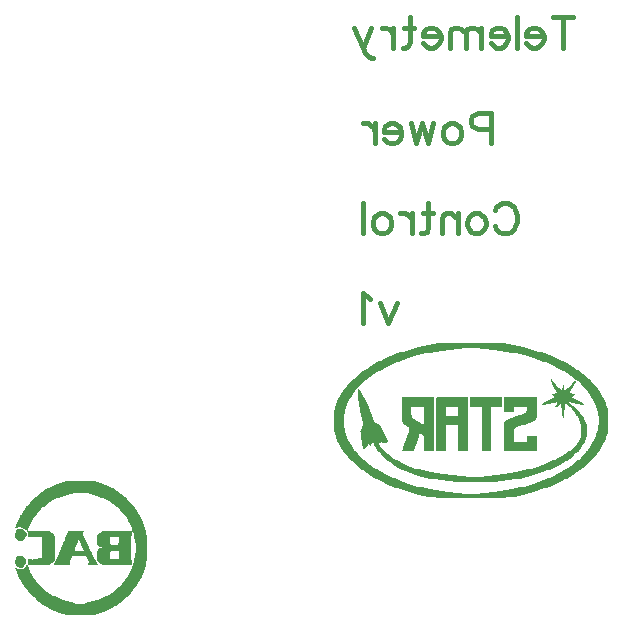
<source format=gbr>
%TF.GenerationSoftware,Novarm,DipTrace,3.3.1.1*%
%TF.CreationDate,2019-02-09T17:58:53-08:00*%
%FSLAX26Y26*%
%MOIN*%
%TF.FileFunction,Legend,Bot*%
%TF.Part,Single*%
%ADD12C,0.003*%
%ADD147C,0.015439*%
G75*
G01*
%LPD*%
X3118495Y1522110D2*
D12*
X3211495D1*
X3108830Y1519110D2*
X3222059D1*
X3099414Y1516110D2*
X3231902D1*
X3090402Y1513110D2*
X3240580D1*
X3082094Y1510110D2*
X3248365D1*
X3074810Y1507110D2*
X3255637D1*
X3068498Y1504110D2*
X3262299D1*
X3062921Y1501110D2*
X3268104D1*
X3057672Y1498110D2*
X3273265D1*
X3052542Y1495110D2*
X3278055D1*
X3047627Y1492110D2*
X3282676D1*
X3042924Y1489110D2*
X3287219D1*
X3038427Y1486110D2*
X3291737D1*
X3034270Y1483110D2*
X3133723D1*
X3200308D2*
X3296229D1*
X3030482Y1480110D2*
X3122516D1*
X3210399D2*
X3300628D1*
X3026842Y1477110D2*
X3112188D1*
X3220128D2*
X3304732D1*
X3023161Y1474110D2*
X3102726D1*
X3229004D2*
X3308411D1*
X3019476Y1471110D2*
X3094208D1*
X3237097D2*
X3311745D1*
X3015834Y1468110D2*
X3086751D1*
X3244411D2*
X3314900D1*
X3012409Y1465110D2*
X3080132D1*
X3250824D2*
X3317957D1*
X3009278Y1462110D2*
X3074220D1*
X3256383D2*
X3320984D1*
X3006456Y1459110D2*
X3069022D1*
X3261393D2*
X3323988D1*
X3003847Y1456110D2*
X3064519D1*
X3266096D2*
X3326996D1*
X3001165Y1453110D2*
X3060567D1*
X3270579D2*
X3329992D1*
X2998348Y1450110D2*
X3056772D1*
X3274727D2*
X3332985D1*
X2995447Y1447110D2*
X3052779D1*
X3278510D2*
X3335887D1*
X2992589Y1444110D2*
X3048656D1*
X3282137D2*
X3338591D1*
X2989986Y1441110D2*
X3044672D1*
X3285724D2*
X3341051D1*
X2987722Y1438110D2*
X3041050D1*
X3289120D2*
X3343334D1*
X2985598Y1435110D2*
X3037731D1*
X3292332D2*
X3345415D1*
X2983504Y1432110D2*
X3034588D1*
X3295418D2*
X3347451D1*
X2981513Y1429110D2*
X3031529D1*
X3298365D2*
X3349508D1*
X2979515Y1426110D2*
X3028519D1*
X3301092D2*
X3351485D1*
X2977473Y1423110D2*
X3025616D1*
X3303668D2*
X3353477D1*
X2975502Y1420110D2*
X3022996D1*
X3306331D2*
X3355506D1*
X2973511Y1417110D2*
X3020713D1*
X3309136D2*
X3357383D1*
X2971484Y1414110D2*
X3018494D1*
X3311948D2*
X3359084D1*
X2969607Y1411110D2*
X3016122D1*
X3314615D2*
X3360682D1*
X2967905Y1408110D2*
X3013783D1*
X3317060D2*
X3362231D1*
X2966308Y1405110D2*
X3011640D1*
X3319326D2*
X3363843D1*
X2964770Y1402110D2*
X3009568D1*
X3321311D2*
X3365623D1*
X2963252Y1399110D2*
X3007505D1*
X3323058D2*
X3367463D1*
X2961749Y1396110D2*
X3005615D1*
X3324672D2*
X3369012D1*
X2960256Y1393110D2*
X3003908D1*
X3326228D2*
X3370269D1*
X2958852Y1390110D2*
X3002308D1*
X3327842D2*
X3371522D1*
X2957638Y1387110D2*
X3000770D1*
X3329623D2*
X3372861D1*
X2956570Y1384110D2*
X2999252D1*
X3331463D2*
X3374179D1*
X2955407Y1381110D2*
X2997749D1*
X3333012D2*
X3375267D1*
X2954103Y1378110D2*
X2996245D1*
X3334269D2*
X3376033D1*
X2952772Y1375110D2*
X2994746D1*
X3335522D2*
X3376761D1*
X2951562Y1372110D2*
X2993255D1*
X3336861D2*
X3377734D1*
X2950495Y1369110D2*
X2956495D1*
X2973316D2*
X2991863D1*
X3338179D2*
X3378946D1*
X2979813Y1366110D2*
X2990746D1*
X3339255D2*
X3380211D1*
X2956495Y1363110D2*
X2974495D1*
X2984705D2*
X2990021D1*
X3339918D2*
X3381266D1*
X2954084Y1360110D2*
X2977728D1*
X2988180D2*
X2989495D1*
X3340270D2*
X3381920D1*
X2952330Y1357110D2*
X2980207D1*
X2990770D2*
X3058495D1*
X3127495D2*
X3175495D1*
X3241495D2*
X3382263D1*
X2951325Y1354110D2*
X2981970D1*
X2991661D2*
X3064815D1*
X3126355D2*
X3173547D1*
X3236096D2*
X3337031D1*
X3343958D2*
X3382516D1*
X2950838Y1351110D2*
X2983348D1*
X2992141D2*
X3069582D1*
X3125066D2*
X3171567D1*
X3231459D2*
X3336287D1*
X3344702D2*
X3382959D1*
X2950627Y1348110D2*
X2984830D1*
X2992357D2*
X3072851D1*
X3123673D2*
X3169495D1*
X3227954D2*
X3335511D1*
X3345479D2*
X3383700D1*
X2950543Y1345110D2*
X2986495D1*
X2992444D2*
X3075171D1*
X3122215D2*
X3171917D1*
X3225290D2*
X3334985D1*
X3346004D2*
X3384478D1*
X2950535Y1342110D2*
X2984623D1*
X2992478D2*
X3076912D1*
X3120736D2*
X3173789D1*
X3224362D2*
X3334706D1*
X3346295D2*
X3385004D1*
X2950747Y1339110D2*
X2982807D1*
X2992495D2*
X3078157D1*
X3119252D2*
X3175281D1*
X3223863D2*
X3334579D1*
X3346528D2*
X3385283D1*
X2951269Y1336110D2*
X2980825D1*
X3040495D2*
X3078881D1*
X3117862D2*
X3176869D1*
X3223638D2*
X3262495D1*
X3295495D2*
X3334526D1*
X3346963D2*
X3385410D1*
X2953487Y1333110D2*
X2978616D1*
X3040495D2*
X3079238D1*
X3116743D2*
X3178579D1*
X3223548D2*
X3262495D1*
X3295495D2*
X3334506D1*
X3347702D2*
X3385463D1*
X2956365Y1330110D2*
X2976455D1*
X3040495D2*
X3079395D1*
X3115952D2*
X3180073D1*
X3223513D2*
X3262495D1*
X3295495D2*
X3334499D1*
X3348490D2*
X3385483D1*
X2959495Y1327110D2*
X2974495D1*
X3040495D2*
X3079458D1*
X3115125D2*
X3157381D1*
X3164073D2*
X3181393D1*
X3223501D2*
X3262495D1*
X3295495D2*
X3334496D1*
X3349121D2*
X3385491D1*
X3040495Y1324110D2*
X3079482D1*
X3113874D2*
X3156984D1*
X3165201D2*
X3182911D1*
X3223497D2*
X3262506D1*
X3295483D2*
X3334495D1*
X3349782D2*
X3385493D1*
X3040495Y1321110D2*
X3079490D1*
X3112314D2*
X3156160D1*
X3166697D2*
X3184594D1*
X3223495D2*
X3262621D1*
X3295369D2*
X3334495D1*
X3350629D2*
X3385494D1*
X3040495Y1318110D2*
X3079493D1*
X3110893D2*
X3154996D1*
X3168003D2*
X3186066D1*
X3223518D2*
X3263084D1*
X3294905D2*
X3334495D1*
X3351450D2*
X3385495D1*
X3040495Y1315110D2*
X3079494D1*
X3109689D2*
X3153649D1*
X3168922D2*
X3187290D1*
X3223776D2*
X3264110D1*
X3293880D2*
X3334495D1*
X3351994D2*
X3385495D1*
X3040495Y1312110D2*
X3079495D1*
X3108457D2*
X3152208D1*
X3169816D2*
X3188529D1*
X3224409D2*
X3265495D1*
X3292495D2*
X3334495D1*
X3352279D2*
X3385495D1*
X3040495Y1309110D2*
X3079495D1*
X3107124D2*
X3150733D1*
X3171097D2*
X3189876D1*
X3227415D2*
X3334495D1*
X3352409D2*
X3385495D1*
X3040495Y1306110D2*
X3079495D1*
X3105798D2*
X3149251D1*
X3172669D2*
X3191297D1*
X3234000D2*
X3334495D1*
X3352463D2*
X3385495D1*
X3040495Y1303110D2*
X3079495D1*
X3104605D2*
X3147861D1*
X3174103D2*
X3192766D1*
X3241495D2*
X3334495D1*
X3352483D2*
X3385495D1*
X3040495Y1300110D2*
X3079495D1*
X3103457D2*
X3146746D1*
X3175381D2*
X3194251D1*
X3233904D2*
X3334495D1*
X3352491D2*
X3385495D1*
X3040495Y1297110D2*
X3079495D1*
X3102022D2*
X3146021D1*
X3176837D2*
X3195749D1*
X3227797D2*
X3334495D1*
X3352493D2*
X3385495D1*
X3040495Y1294110D2*
X3079495D1*
X3100385D2*
X3145495D1*
X3178495D2*
X3197244D1*
X3225190D2*
X3334495D1*
X3352494D2*
X3385495D1*
X3040495Y1291110D2*
X3079495D1*
X3099021D2*
X3198746D1*
X3224279D2*
X3266084D1*
X3295495D2*
X3334495D1*
X3352483D2*
X3385495D1*
X3040495Y1288110D2*
X3079495D1*
X3098091D2*
X3200244D1*
X3223814D2*
X3264330D1*
X3295495D2*
X3334495D1*
X3352378D2*
X3385495D1*
X3040495Y1285110D2*
X3079495D1*
X3097283D2*
X3201734D1*
X3223615D2*
X3263325D1*
X3295495D2*
X3334495D1*
X3351995D2*
X3385495D1*
X3040495Y1282110D2*
X3079495D1*
X3096277D2*
X3203138D1*
X3223538D2*
X3262838D1*
X3295495D2*
X3334495D1*
X3351277D2*
X3385495D1*
X3040495Y1279110D2*
X3079495D1*
X3095040D2*
X3204364D1*
X3223509D2*
X3262627D1*
X3295495D2*
X3334495D1*
X3350496D2*
X3385495D1*
X3040495Y1276110D2*
X3079495D1*
X3093664D2*
X3205525D1*
X3223500D2*
X3262543D1*
X3295495D2*
X3334495D1*
X3349867D2*
X3385495D1*
X2956495Y1273110D2*
X2974495D1*
X3040495D2*
X3079495D1*
X3092213D2*
X3136970D1*
X3187019D2*
X3206965D1*
X3223496D2*
X3262512D1*
X3295495D2*
X3334495D1*
X3349207D2*
X3385495D1*
X2954084Y1270110D2*
X2977728D1*
X3040495D2*
X3079483D1*
X3090735D2*
X3134819D1*
X3189158D2*
X3208615D1*
X3223495D2*
X3262500D1*
X3295495D2*
X3334495D1*
X3348361D2*
X3385495D1*
X2952330Y1267110D2*
X2980195D1*
X3040495D2*
X3079378D1*
X3089251D2*
X3132990D1*
X3190894D2*
X3210085D1*
X3223495D2*
X3262495D1*
X3295495D2*
X3334495D1*
X3347539D2*
X3385495D1*
X2951325Y1264110D2*
X2981844D1*
X2992495D2*
X3004495D1*
X3010495D2*
X3078984D1*
X3087850D2*
X3131351D1*
X3192256D2*
X3211398D1*
X3223518D2*
X3334495D1*
X3346996D2*
X3385483D1*
X2950838Y1261110D2*
X2982756D1*
X2992495D2*
X3078136D1*
X3086625D2*
X3129910D1*
X3193361D2*
X3212924D1*
X3223729D2*
X3334506D1*
X3346698D2*
X3385378D1*
X2950627Y1258110D2*
X2983180D1*
X2992495D2*
X3076739D1*
X3085464D2*
X3128885D1*
X3194336D2*
X3214712D1*
X3224221D2*
X3334612D1*
X3346463D2*
X3384995D1*
X2950543Y1255110D2*
X2983261D1*
X2992495D2*
X3074870D1*
X3084022D2*
X3128317D1*
X3195133D2*
X3216577D1*
X3226356D2*
X3334996D1*
X3346015D2*
X3384277D1*
X2950535Y1252110D2*
X2982929D1*
X2992495D2*
X3070572D1*
X3082351D2*
X3128921D1*
X3194788D2*
X3218617D1*
X3229824D2*
X3335740D1*
X3345171D2*
X3383508D1*
X2950758Y1249110D2*
X2982016D1*
X2992495D2*
X3064917D1*
X3080826D2*
X3129707D1*
X3194166D2*
X3220972D1*
X3235078D2*
X3336633D1*
X3344012D2*
X3382973D1*
X2951316Y1246110D2*
X2980373D1*
X2992495D2*
X3058495D1*
X3079495D2*
X3130495D1*
X3193495D2*
X3223495D1*
X3241495D2*
X3337495D1*
X3342768D2*
X3382589D1*
X2954056Y1243110D2*
X2977900D1*
X2986495D2*
X2989495D1*
X3341708D2*
X3382079D1*
X2957975Y1240110D2*
X2974796D1*
X2984891D2*
X2990520D1*
X3340940D2*
X3381297D1*
X2962495Y1237110D2*
X2971495D1*
X2982818D2*
X2991425D1*
X3340121D2*
X3380402D1*
X2950495Y1234110D2*
X2953495D1*
X2980495D2*
X2992099D1*
X3338873D2*
X3379489D1*
X2951635Y1231110D2*
X2992787D1*
X3337313D2*
X3378489D1*
X2952912Y1228110D2*
X2993743D1*
X3335892D2*
X3377580D1*
X2954200Y1225110D2*
X2994961D1*
X3334689D2*
X3376887D1*
X2955275Y1222110D2*
X2996341D1*
X3333456D2*
X3376101D1*
X2956048Y1219110D2*
X2997883D1*
X3332112D2*
X3374865D1*
X2956868Y1216110D2*
X2999637D1*
X3330680D2*
X3373311D1*
X2958117Y1213110D2*
X3001480D1*
X3329117D2*
X3371892D1*
X2959676Y1210110D2*
X3003131D1*
X3327344D2*
X3370688D1*
X2961109Y1207110D2*
X3004769D1*
X3325405D2*
X3369456D1*
X2962406Y1204110D2*
X3006740D1*
X3323476D2*
X3368112D1*
X2963915Y1201110D2*
X3008860D1*
X3321502D2*
X3366680D1*
X2965596Y1198110D2*
X3010830D1*
X3319469D2*
X3365117D1*
X2967078Y1195110D2*
X3012777D1*
X3317489D2*
X3363344D1*
X2968395Y1192110D2*
X3015060D1*
X3315393D2*
X3361405D1*
X2969935Y1189110D2*
X3017771D1*
X3312984D2*
X3359476D1*
X2971817Y1186110D2*
X3020501D1*
X3310377D2*
X3357502D1*
X2973960Y1183110D2*
X3023111D1*
X3307801D2*
X3355469D1*
X2976332Y1180110D2*
X3025808D1*
X3305286D2*
X3353500D1*
X2978680Y1177110D2*
X3028634D1*
X3302646D2*
X3351511D1*
X2980745Y1174110D2*
X3031552D1*
X3299838D2*
X3349472D1*
X2982644Y1171110D2*
X3034516D1*
X3296923D2*
X3347490D1*
X2984656Y1168110D2*
X3037514D1*
X3293863D2*
X3345406D1*
X2986943Y1165110D2*
X3040603D1*
X3290595D2*
X3343090D1*
X2989336Y1162110D2*
X3043890D1*
X3287154D2*
X3340771D1*
X2991764Y1159110D2*
X3047331D1*
X3283716D2*
X3338625D1*
X2994366Y1156110D2*
X3050775D1*
X3280134D2*
X3336449D1*
X2997160Y1153110D2*
X3054365D1*
X3276220D2*
X3333993D1*
X3000058Y1150110D2*
X3058389D1*
X3272008D2*
X3331279D1*
X3003022Y1147110D2*
X3062967D1*
X3267540D2*
X3328409D1*
X3006001Y1144110D2*
X3068064D1*
X3262699D2*
X3325463D1*
X3009000Y1141110D2*
X3073393D1*
X3257399D2*
X3322483D1*
X3011993Y1138110D2*
X3078908D1*
X3251729D2*
X3319479D1*
X3014997Y1135110D2*
X3085000D1*
X3245770D2*
X3316376D1*
X3018004Y1132110D2*
X3092031D1*
X3239304D2*
X3312995D1*
X3021114Y1129110D2*
X3100150D1*
X3231857D2*
X3309265D1*
X3024504Y1126110D2*
X3109603D1*
X3222666D2*
X3305390D1*
X3028332Y1123110D2*
X3120629D1*
X3210978D2*
X3301473D1*
X3032491Y1120110D2*
X3132873D1*
X3196810D2*
X3297371D1*
X3036855Y1117110D2*
X3145495D1*
X3181495D2*
X3293080D1*
X3041385Y1114110D2*
X3288681D1*
X3046153Y1111110D2*
X3284207D1*
X3051084Y1108110D2*
X3279620D1*
X3056028Y1105110D2*
X3274718D1*
X3061114Y1102110D2*
X3269293D1*
X3066652Y1099110D2*
X3263245D1*
X3072845Y1096110D2*
X3256659D1*
X3079956Y1093110D2*
X3249711D1*
X3088130Y1090110D2*
X3242200D1*
X3097706Y1087110D2*
X3233354D1*
X3109031Y1084110D2*
X3222887D1*
X3121495Y1081110D2*
X3211495D1*
X4381882Y1984563D2*
X4555882D1*
X4362274Y1981563D2*
X4575141D1*
X4343566Y1978563D2*
X4593489D1*
X4326408Y1975563D2*
X4610577D1*
X4310957Y1972563D2*
X4626179D1*
X4296957Y1969563D2*
X4640134D1*
X4284260Y1966563D2*
X4423264D1*
X4514500D2*
X4652552D1*
X4272680Y1963563D2*
X4395480D1*
X4542284D2*
X4663880D1*
X4262011Y1960563D2*
X4371460D1*
X4566304D2*
X4674479D1*
X4252005Y1957563D2*
X4350971D1*
X4586793D2*
X4684587D1*
X4242302Y1954563D2*
X4333313D1*
X4604439D2*
X4694321D1*
X4232800Y1951563D2*
X4317786D1*
X4619860D2*
X4703532D1*
X4223880Y1948563D2*
X4303909D1*
X4633355D2*
X4712249D1*
X4215776Y1945563D2*
X4291233D1*
X4645324D2*
X4720635D1*
X4208282Y1942563D2*
X4279637D1*
X4656245D2*
X4728658D1*
X4201033Y1939563D2*
X4269140D1*
X4666495D2*
X4736317D1*
X4194036Y1936563D2*
X4259418D1*
X4676287D2*
X4743545D1*
X4187411Y1933563D2*
X4250215D1*
X4685520D2*
X4750267D1*
X4181006Y1930563D2*
X4241574D1*
X4694244D2*
X4756625D1*
X4174590Y1927563D2*
X4233638D1*
X4702634D2*
X4762782D1*
X4168197Y1924563D2*
X4226225D1*
X4710657D2*
X4768845D1*
X4162125Y1921563D2*
X4219011D1*
X4718317D2*
X4774857D1*
X4156374Y1918563D2*
X4212028D1*
X4725545D2*
X4780760D1*
X4150722Y1915563D2*
X4205420D1*
X4732267D2*
X4786381D1*
X4145266Y1912563D2*
X4199110D1*
X4738624D2*
X4791652D1*
X4140165Y1909563D2*
X4192972D1*
X4744782D2*
X4796777D1*
X4135360Y1906563D2*
X4186915D1*
X4750845D2*
X4801860D1*
X4130720Y1903563D2*
X4180905D1*
X4756857D2*
X4806758D1*
X4126166Y1900563D2*
X4175003D1*
X4762760D2*
X4811468D1*
X4121643Y1897563D2*
X4169383D1*
X4768369D2*
X4816056D1*
X4117137Y1894563D2*
X4164112D1*
X4773546D2*
X4820501D1*
X4112644Y1891563D2*
X4158986D1*
X4778395D2*
X4824730D1*
X4108239Y1888563D2*
X4153904D1*
X4783142D2*
X4828792D1*
X4104025Y1885563D2*
X4149006D1*
X4787977D2*
X4832863D1*
X4099969Y1882563D2*
X4144296D1*
X4792839D2*
X4836889D1*
X4095911Y1879563D2*
X4139708D1*
X4797396D2*
X4840856D1*
X4091992Y1876563D2*
X4135275D1*
X4801643D2*
X4844876D1*
X4088407Y1873563D2*
X4131139D1*
X4805791D2*
X4848781D1*
X4085106Y1870563D2*
X4127354D1*
X4809761D2*
X4852359D1*
X4081970Y1867563D2*
X4123631D1*
X4813465D2*
X4855659D1*
X4078915Y1864563D2*
X4119761D1*
X4817154D2*
X4858794D1*
X4075894Y1861563D2*
X4115931D1*
X4735882D2*
D3*
X4821010D2*
X4861849D1*
X4072886Y1858563D2*
X4112384D1*
X4736357D2*
X4735882D1*
X4816882D2*
D3*
X4824836D2*
X4864870D1*
X4069883Y1855563D2*
X4109098D1*
X4737206D2*
X4738882D1*
X4813882D2*
X4816882D1*
X4828380D2*
X4867878D1*
X4066882Y1852563D2*
X4105967D1*
X4738377D2*
X4742241D1*
X4810882D2*
X4814919D1*
X4831666D2*
X4870881D1*
X4063882Y1849563D2*
X4102914D1*
X4739727D2*
X4745210D1*
X4807882D2*
X4812918D1*
X4834796D2*
X4873881D1*
X4060882Y1846563D2*
X4099893D1*
X4741169D2*
X4748077D1*
X4804882D2*
X4810880D1*
X4837850D2*
X4876870D1*
X4057894Y1843563D2*
X4096886D1*
X4742643D2*
X4750977D1*
X4774882D2*
D3*
X4801882D2*
X4808998D1*
X4840871D2*
X4879765D1*
X4054999Y1840563D2*
X4093883D1*
X4744137D2*
X4753923D1*
X4774870D2*
X4774882D1*
X4798882D2*
X4807294D1*
X4843866D2*
X4882382D1*
X4052381Y1837563D2*
X4090882D1*
X4745632D2*
X4756898D1*
X4774756D2*
X4777882D1*
X4795882D2*
X4805695D1*
X4846763D2*
X4884652D1*
X4050112Y1834563D2*
X4087894D1*
X4747134D2*
X4759888D1*
X4774292D2*
X4777882D1*
X4792882D2*
X4804146D1*
X4849382D2*
X4886778D1*
X4047986Y1831563D2*
X4084999D1*
X4748631D2*
X4762884D1*
X4773267D2*
X4777882D1*
X4789882D2*
X4802534D1*
X4851664D2*
X4888872D1*
X4045892Y1828563D2*
X4082381D1*
X4093882D2*
D3*
X4750133D2*
X4765882D1*
X4771882D2*
X4777882D1*
X4786882D2*
X4800742D1*
X4853883D2*
X4890864D1*
X4043900Y1825563D2*
X4080112D1*
X4093882D2*
X4096882D1*
X4751640D2*
X4798798D1*
X4856254D2*
X4892862D1*
X4041902Y1822563D2*
X4077986D1*
X4093882D2*
X4098742D1*
X4753220D2*
X4796881D1*
X4858594D2*
X4894903D1*
X4039860Y1819563D2*
X4075892D1*
X4093882D2*
X4100465D1*
X4754971D2*
X4794930D1*
X4860736D2*
X4896875D1*
X4037889Y1816563D2*
X4073900D1*
X4093882D2*
X4102165D1*
X4756882D2*
X4792882D1*
X4862809D2*
X4898866D1*
X4035898Y1813563D2*
X4071902D1*
X4093882D2*
X4103997D1*
X4738882D2*
X4813882D1*
X4864883D2*
X4900893D1*
X4033871Y1810563D2*
X4069872D1*
X4093882D2*
X4105947D1*
X4744330D2*
X4808235D1*
X4866867D2*
X4902770D1*
X4031994Y1807563D2*
X4067994D1*
X4093882D2*
X4107790D1*
X4749278D2*
X4803971D1*
X4868863D2*
X4904472D1*
X4030292Y1804563D2*
X4066281D1*
X4093882D2*
X4109479D1*
X4753882D2*
X4801081D1*
X4870892D2*
X4906069D1*
X4028695Y1801563D2*
X4064589D1*
X4093882D2*
X4111072D1*
X4240882D2*
X4342882D1*
X4354882D2*
X4456882D1*
X4465882D2*
X4570882D1*
X4579882D2*
X4684882D1*
X4748241D2*
X4798882D1*
X4872769D2*
X4907607D1*
X4027157Y1798563D2*
X4062763D1*
X4093894D2*
X4112607D1*
X4240882D2*
X4342882D1*
X4353497D2*
X4456882D1*
X4465882D2*
X4570882D1*
X4579882D2*
X4684882D1*
X4742198D2*
X4806267D1*
X4874472D2*
X4909124D1*
X4025651Y1795563D2*
X4060815D1*
X4093999D2*
X4114125D1*
X4240882D2*
X4342882D1*
X4352635D2*
X4456882D1*
X4465882D2*
X4570882D1*
X4579882D2*
X4684882D1*
X4735960D2*
X4813140D1*
X4876069D2*
X4910628D1*
X4024242Y1792563D2*
X4058973D1*
X4094381D2*
X4115628D1*
X4240882D2*
X4342882D1*
X4352199D2*
X4456882D1*
X4465882D2*
X4570882D1*
X4579882D2*
X4684882D1*
X4729489D2*
X4819670D1*
X4877607D2*
X4912120D1*
X4023026Y1789563D2*
X4057285D1*
X4095100D2*
X4117132D1*
X4240882D2*
X4342882D1*
X4352006D2*
X4456882D1*
X4465882D2*
X4570882D1*
X4579882D2*
X4684882D1*
X4722830D2*
X4826133D1*
X4879124D2*
X4913525D1*
X4021969Y1786563D2*
X4055704D1*
X4095869D2*
X4118630D1*
X4240882D2*
X4342882D1*
X4351928D2*
X4456882D1*
X4465882D2*
X4570882D1*
X4579882D2*
X4684882D1*
X4716492D2*
X4742433D1*
X4756756D2*
X4792533D1*
X4808433D2*
X4832492D1*
X4880628D2*
X4914739D1*
X4020899Y1783563D2*
X4054262D1*
X4096392D2*
X4120133D1*
X4240882D2*
X4342882D1*
X4351898D2*
X4456882D1*
X4465882D2*
X4570882D1*
X4579882D2*
X4684882D1*
X4710939D2*
X4725486D1*
X4756266D2*
X4795173D1*
X4824486D2*
X4838390D1*
X4882120D2*
X4915795D1*
X4019874Y1780563D2*
X4053033D1*
X4096671D2*
X4121631D1*
X4240882D2*
X4342882D1*
X4351887D2*
X4456882D1*
X4465882D2*
X4570882D1*
X4579882D2*
X4684882D1*
X4705882D2*
X4708882D1*
X4755162D2*
X4762416D1*
X4768894D2*
X4780768D1*
X4789882D2*
X4798127D1*
X4840882D2*
X4843882D1*
X4883525D2*
X4916864D1*
X4018908Y1777563D2*
X4051972D1*
X4096809D2*
X4123121D1*
X4240882D2*
X4342882D1*
X4351884D2*
X4456882D1*
X4465882D2*
X4570882D1*
X4579882D2*
X4684882D1*
X4753641D2*
X4758647D1*
X4768999D2*
X4780383D1*
X4792882D2*
X4801477D1*
X4884739D2*
X4917889D1*
X4017888Y1774563D2*
X4050912D1*
X4096968D2*
X4124525D1*
X4240882D2*
X4342882D1*
X4351882D2*
X4456882D1*
X4465882D2*
X4570882D1*
X4579882D2*
X4684882D1*
X4752180D2*
X4754747D1*
X4769381D2*
X4779664D1*
X4795882D2*
X4805103D1*
X4885795D2*
X4918856D1*
X4016971Y1771563D2*
X4049980D1*
X4097370D2*
X4125739D1*
X4240882D2*
X4342882D1*
X4351882D2*
X4456882D1*
X4465882D2*
X4570882D1*
X4579882D2*
X4684882D1*
X4750882D2*
D3*
X4770100D2*
X4778895D1*
X4798882D2*
X4808973D1*
X4886864D2*
X4919876D1*
X4016287Y1768563D2*
X4049290D1*
X4098096D2*
X4126795D1*
X4240882D2*
X4267882D1*
X4312882D2*
X4342882D1*
X4351882D2*
X4381882D1*
X4426882D2*
X4456882D1*
X4504882D2*
X4531882D1*
X4579882D2*
X4609882D1*
X4654882D2*
X4684882D1*
X4770869D2*
X4778371D1*
X4801882D2*
X4812816D1*
X4887889D2*
X4920781D1*
X4015605Y1765563D2*
X4048606D1*
X4098868D2*
X4127864D1*
X4240882D2*
X4267882D1*
X4312882D2*
X4342882D1*
X4351882D2*
X4381882D1*
X4426882D2*
X4456882D1*
X4504882D2*
X4531882D1*
X4579882D2*
X4609882D1*
X4654882D2*
X4684882D1*
X4771392D2*
X4778093D1*
X4804870D2*
X4816372D1*
X4888856D2*
X4921359D1*
X4014752Y1762563D2*
X4047752D1*
X4099404D2*
X4128889D1*
X4240882D2*
X4267882D1*
X4312882D2*
X4342882D1*
X4351882D2*
X4381882D1*
X4426882D2*
X4456882D1*
X4504882D2*
X4531882D1*
X4579882D2*
X4609882D1*
X4654882D2*
X4684882D1*
X4771671D2*
X4777966D1*
X4807765D2*
X4819663D1*
X4889876D2*
X4921659D1*
X4013928Y1759563D2*
X4046916D1*
X4099788D2*
X4129868D1*
X4240882D2*
X4267882D1*
X4312882D2*
X4342882D1*
X4351882D2*
X4381882D1*
X4426882D2*
X4456882D1*
X4504882D2*
X4531882D1*
X4579882D2*
X4609882D1*
X4654847D2*
X4684882D1*
X4771798D2*
X4777913D1*
X4810382D2*
X4822783D1*
X4890781D2*
X4921794D1*
X4013383Y1756563D2*
X4046266D1*
X4100297D2*
X4130993D1*
X4240882D2*
X4267882D1*
X4312882D2*
X4342882D1*
X4351882D2*
X4381882D1*
X4426882D2*
X4456882D1*
X4504882D2*
X4531882D1*
X4579882D2*
X4609882D1*
X4654495D2*
X4684882D1*
X4771862D2*
X4777893D1*
X4812652D2*
X4825732D1*
X4891371D2*
X4921849D1*
X4013097Y1753563D2*
X4045598D1*
X4101068D2*
X4132280D1*
X4240882D2*
X4267882D1*
X4312882D2*
X4342882D1*
X4351882D2*
X4381882D1*
X4426882D2*
X4456882D1*
X4504882D2*
X4531882D1*
X4653651D2*
X4684882D1*
X4771988D2*
X4777874D1*
X4814778D2*
X4828371D1*
X4891776D2*
X4921870D1*
X4012967Y1750563D2*
X4044749D1*
X4101858D2*
X4133589D1*
X4240882D2*
X4267882D1*
X4312882D2*
X4342882D1*
X4351882D2*
X4381882D1*
X4426882D2*
X4456882D1*
X4504882D2*
X4531882D1*
X4649621D2*
X4684882D1*
X4772378D2*
X4777766D1*
X4816872D2*
X4830660D1*
X4892293D2*
X4921878D1*
X4012914Y1747563D2*
X4043927D1*
X4102400D2*
X4134763D1*
X4240882D2*
X4267882D1*
X4312882D2*
X4342882D1*
X4351882D2*
X4381882D1*
X4426882D2*
X4456882D1*
X4504882D2*
X4531882D1*
X4643909D2*
X4684882D1*
X4773099D2*
X4777383D1*
X4818864D2*
X4832882D1*
X4893067D2*
X4921881D1*
X4012893Y1744563D2*
X4043383D1*
X4102786D2*
X4135804D1*
X4240882D2*
X4267894D1*
X4312882D2*
X4342882D1*
X4351882D2*
X4381882D1*
X4426882D2*
X4456882D1*
X4504882D2*
X4531882D1*
X4636972D2*
X4684882D1*
X4773869D2*
X4776663D1*
X4820862D2*
X4835254D1*
X4893857D2*
X4921881D1*
X4012886Y1741563D2*
X4043097D1*
X4103297D2*
X4136867D1*
X4240882D2*
X4268023D1*
X4312882D2*
X4342882D1*
X4351882D2*
X4381882D1*
X4426882D2*
X4456882D1*
X4504882D2*
X4531882D1*
X4629080D2*
X4684882D1*
X4774395D2*
X4775887D1*
X4822892D2*
X4837582D1*
X4894388D2*
X4921882D1*
X4012883Y1738563D2*
X4042967D1*
X4104068D2*
X4137890D1*
X4240882D2*
X4268339D1*
X4312882D2*
X4342882D1*
X4351882D2*
X4456882D1*
X4504882D2*
X4531882D1*
X4620423D2*
X4684870D1*
X4774688D2*
X4775318D1*
X4824769D2*
X4839631D1*
X4894669D2*
X4921882D1*
X4012882Y1735563D2*
X4042914D1*
X4104870D2*
X4138856D1*
X4240882D2*
X4269857D1*
X4312882D2*
X4342882D1*
X4351882D2*
X4456882D1*
X4504882D2*
X4531882D1*
X4611480D2*
X4684730D1*
X4774882D2*
D3*
X4826471D2*
X4841415D1*
X4894797D2*
X4921882D1*
X4012882Y1732563D2*
X4042893D1*
X4105506D2*
X4139888D1*
X4240882D2*
X4273425D1*
X4312882D2*
X4342882D1*
X4351882D2*
X4456882D1*
X4504882D2*
X4531882D1*
X4602691D2*
X4684378D1*
X4828057D2*
X4843048D1*
X4894850D2*
X4921882D1*
X4012882Y1729563D2*
X4042886D1*
X4106169D2*
X4140910D1*
X4240882D2*
X4277911D1*
X4312882D2*
X4342882D1*
X4351882D2*
X4456882D1*
X4504882D2*
X4531882D1*
X4594684D2*
X4682497D1*
X4829501D2*
X4844599D1*
X4894871D2*
X4921882D1*
X4012882Y1726563D2*
X4042883D1*
X4107027D2*
X4142000D1*
X4240894D2*
X4282851D1*
X4312882D2*
X4342882D1*
X4351882D2*
X4456882D1*
X4504882D2*
X4531882D1*
X4588322D2*
X4677535D1*
X4830730D2*
X4846110D1*
X4894878D2*
X4921882D1*
X4012882Y1723563D2*
X4042882D1*
X4107955D2*
X4143646D1*
X4241023D2*
X4287843D1*
X4312882D2*
X4342882D1*
X4351882D2*
X4456882D1*
X4504882D2*
X4531882D1*
X4583356D2*
X4670915D1*
X4831792D2*
X4847521D1*
X4894881D2*
X4921882D1*
X4012882Y1720563D2*
X4042882D1*
X4108869D2*
X4146361D1*
X4241339D2*
X4292952D1*
X4312882D2*
X4342882D1*
X4351882D2*
X4456882D1*
X4504882D2*
X4531882D1*
X4581260D2*
X4663072D1*
X4832863D2*
X4848738D1*
X4894881D2*
X4921882D1*
X4012882Y1717563D2*
X4042882D1*
X4109767D2*
X4150398D1*
X4243167D2*
X4298340D1*
X4312882D2*
X4342882D1*
X4351882D2*
X4456882D1*
X4504882D2*
X4531882D1*
X4580521D2*
X4654571D1*
X4833889D2*
X4849795D1*
X4894882D2*
X4921882D1*
X4012882Y1714563D2*
X4042882D1*
X4110528D2*
X4155309D1*
X4246044D2*
X4303882D1*
X4312882D2*
X4342882D1*
X4351882D2*
X4456882D1*
X4504882D2*
X4531882D1*
X4580143D2*
X4645768D1*
X4834856D2*
X4850853D1*
X4894870D2*
X4921882D1*
X4012882Y1711563D2*
X4042894D1*
X4110089D2*
X4159900D1*
X4249814D2*
X4342882D1*
X4351882D2*
X4456882D1*
X4504882D2*
X4531882D1*
X4579980D2*
X4636877D1*
X4835876D2*
X4851772D1*
X4894765D2*
X4921882D1*
X4012882Y1708563D2*
X4042999D1*
X4109177D2*
X4163372D1*
X4254112D2*
X4342882D1*
X4351882D2*
X4381882D1*
X4426882D2*
X4456882D1*
X4504882D2*
X4531882D1*
X4579917D2*
X4628255D1*
X4836781D2*
X4852356D1*
X4894382D2*
X4921882D1*
X4012882Y1705563D2*
X4043381D1*
X4107941D2*
X4165882D1*
X4258296D2*
X4342882D1*
X4351882D2*
X4381882D1*
X4426882D2*
X4456882D1*
X4504882D2*
X4531882D1*
X4579894D2*
X4620763D1*
X4837359D2*
X4852658D1*
X4893664D2*
X4921882D1*
X4012882Y1702563D2*
X4044100D1*
X4106458D2*
X4167838D1*
X4261939D2*
X4342882D1*
X4351882D2*
X4381882D1*
X4426882D2*
X4456882D1*
X4504882D2*
X4531882D1*
X4579886D2*
X4614575D1*
X4837659D2*
X4852793D1*
X4892895D2*
X4921882D1*
X4012894Y1699563D2*
X4044881D1*
X4104727D2*
X4169521D1*
X4263643D2*
X4342882D1*
X4351882D2*
X4381882D1*
X4426882D2*
X4456882D1*
X4504882D2*
X4531882D1*
X4579883D2*
X4611767D1*
X4837794D2*
X4852849D1*
X4892360D2*
X4921882D1*
X4012999Y1696563D2*
X4045510D1*
X4102927D2*
X4171082D1*
X4263843D2*
X4342882D1*
X4351882D2*
X4381882D1*
X4426882D2*
X4456882D1*
X4504882D2*
X4531882D1*
X4579882D2*
X4610760D1*
X4837849D2*
X4852870D1*
X4891976D2*
X4921882D1*
X4013381Y1693563D2*
X4046170D1*
X4101321D2*
X4172512D1*
X4263428D2*
X4342882D1*
X4351882D2*
X4381882D1*
X4426882D2*
X4456882D1*
X4504882D2*
X4531882D1*
X4579882D2*
X4610241D1*
X4837870D2*
X4852878D1*
X4891467D2*
X4921882D1*
X4014100Y1690563D2*
X4047016D1*
X4101049D2*
X4173735D1*
X4262692D2*
X4342882D1*
X4351882D2*
X4381882D1*
X4426882D2*
X4456882D1*
X4504882D2*
X4531882D1*
X4579882D2*
X4610018D1*
X4837878D2*
X4852881D1*
X4890684D2*
X4921870D1*
X4014881Y1687563D2*
X4047849D1*
X4101391D2*
X4174805D1*
X4261829D2*
X4342882D1*
X4351882D2*
X4381882D1*
X4426882D2*
X4456882D1*
X4504882D2*
X4531882D1*
X4579882D2*
X4609931D1*
X4837881D2*
X4852881D1*
X4889789D2*
X4921765D1*
X4015510Y1684563D2*
X4048498D1*
X4101985D2*
X4175969D1*
X4260747D2*
X4342882D1*
X4351882D2*
X4381882D1*
X4426882D2*
X4456882D1*
X4504882D2*
X4531882D1*
X4579882D2*
X4609899D1*
X4837881D2*
X4852882D1*
X4888876D2*
X4921382D1*
X4016170Y1681563D2*
X4049166D1*
X4102435D2*
X4177283D1*
X4259476D2*
X4294768D1*
X4303166D2*
X4342882D1*
X4351882D2*
X4381882D1*
X4426882D2*
X4456882D1*
X4504882D2*
X4531882D1*
X4579882D2*
X4609887D1*
X4837870D2*
X4852870D1*
X4887865D2*
X4920652D1*
X4017028Y1678563D2*
X4050026D1*
X4102686D2*
X4178692D1*
X4258172D2*
X4294383D1*
X4307419D2*
X4342882D1*
X4351882D2*
X4381882D1*
X4426882D2*
X4456882D1*
X4504882D2*
X4531882D1*
X4579882D2*
X4609884D1*
X4837765D2*
X4852765D1*
X4886862D2*
X4919778D1*
X4017955Y1675563D2*
X4050954D1*
X4102803D2*
X4180156D1*
X4257000D2*
X4293652D1*
X4310690D2*
X4342882D1*
X4351882D2*
X4381882D1*
X4426882D2*
X4456882D1*
X4504882D2*
X4531882D1*
X4579882D2*
X4609882D1*
X4837371D2*
X4852382D1*
X4885892D2*
X4918872D1*
X4018881Y1672563D2*
X4051892D1*
X4102864D2*
X4181639D1*
X4255960D2*
X4292778D1*
X4311826D2*
X4342882D1*
X4351882D2*
X4381882D1*
X4426882D2*
X4456882D1*
X4504882D2*
X4531882D1*
X4579882D2*
X4609882D1*
X4654882D2*
X4684882D1*
X4836547D2*
X4851652D1*
X4884769D2*
X4917864D1*
X4019896Y1669563D2*
X4053002D1*
X4102988D2*
X4183136D1*
X4254896D2*
X4291872D1*
X4312436D2*
X4342882D1*
X4351882D2*
X4381882D1*
X4426882D2*
X4456882D1*
X4504882D2*
X4531882D1*
X4579882D2*
X4609882D1*
X4654882D2*
X4684882D1*
X4835383D2*
X4850778D1*
X4883471D2*
X4916862D1*
X4020901Y1666563D2*
X4054295D1*
X4103378D2*
X4184641D1*
X4253873D2*
X4290864D1*
X4312708D2*
X4342882D1*
X4351882D2*
X4381882D1*
X4426882D2*
X4456882D1*
X4504882D2*
X4531882D1*
X4579882D2*
X4609882D1*
X4654882D2*
X4684882D1*
X4834036D2*
X4849872D1*
X4882069D2*
X4915892D1*
X4021872Y1663563D2*
X4055707D1*
X4104099D2*
X4186221D1*
X4252896D2*
X4289862D1*
X4312818D2*
X4342882D1*
X4351882D2*
X4381882D1*
X4426882D2*
X4456882D1*
X4504882D2*
X4531882D1*
X4579882D2*
X4609882D1*
X4654882D2*
X4684882D1*
X4832595D2*
X4848864D1*
X4880607D2*
X4914769D1*
X4022994Y1660563D2*
X4057263D1*
X4104869D2*
X4187971D1*
X4251771D2*
X4288903D1*
X4312860D2*
X4342882D1*
X4351882D2*
X4381882D1*
X4426882D2*
X4456882D1*
X4504882D2*
X4531882D1*
X4579882D2*
X4609882D1*
X4654882D2*
X4684882D1*
X4831109D2*
X4847850D1*
X4879124D2*
X4913471D1*
X4024292Y1657563D2*
X4059034D1*
X4105392D2*
X4189882D1*
X4250484D2*
X4287875D1*
X4312874D2*
X4342882D1*
X4351882D2*
X4381882D1*
X4426882D2*
X4456882D1*
X4504882D2*
X4531882D1*
X4579882D2*
X4609882D1*
X4654882D2*
X4684882D1*
X4829521D2*
X4846786D1*
X4877628D2*
X4912069D1*
X4025695Y1654563D2*
X4060960D1*
X4105682D2*
X4165882D1*
X4171882D2*
X4184069D1*
X4249175D2*
X4286866D1*
X4312879D2*
X4342882D1*
X4351882D2*
X4381882D1*
X4426882D2*
X4456882D1*
X4504882D2*
X4531882D1*
X4579882D2*
X4684882D1*
X4827738D2*
X4845375D1*
X4876120D2*
X4910607D1*
X4027157Y1651563D2*
X4062795D1*
X4105915D2*
X4157460D1*
X4162882D2*
D3*
X4174882D2*
X4177882D1*
X4248001D2*
X4285893D1*
X4312881D2*
X4342882D1*
X4351882D2*
X4381882D1*
X4426882D2*
X4456882D1*
X4504882D2*
X4531882D1*
X4579882D2*
X4684882D1*
X4825795D2*
X4843636D1*
X4874525D2*
X4909124D1*
X4028651Y1648563D2*
X4064492D1*
X4106350D2*
X4135330D1*
X4145357D2*
X4158600D1*
X4246960D2*
X4284770D1*
X4312882D2*
X4342882D1*
X4351882D2*
X4381882D1*
X4426882D2*
X4456882D1*
X4504882D2*
X4531882D1*
X4579882D2*
X4684882D1*
X4823853D2*
X4841800D1*
X4872739D2*
X4907628D1*
X4030242Y1645563D2*
X4066178D1*
X4107089D2*
X4123721D1*
X4129882D2*
X4134278D1*
X4146218D2*
X4160213D1*
X4245896D2*
X4283483D1*
X4312882D2*
X4342882D1*
X4351882D2*
X4381882D1*
X4426882D2*
X4456882D1*
X4504882D2*
X4531882D1*
X4579882D2*
X4684882D1*
X4821772D2*
X4839865D1*
X4870795D2*
X4906120D1*
X4032026Y1642563D2*
X4068002D1*
X4107865D2*
X4123331D1*
X4132882D2*
D3*
X4147494D2*
X4162007D1*
X4244873D2*
X4282175D1*
X4312882D2*
X4342882D1*
X4351882D2*
X4381882D1*
X4426882D2*
X4456882D1*
X4504882D2*
X4531882D1*
X4579882D2*
X4684882D1*
X4819356D2*
X4837847D1*
X4868864D2*
X4904525D1*
X4033969Y1639563D2*
X4069960D1*
X4108393D2*
X4121125D1*
X4149226D2*
X4164027D1*
X4243907D2*
X4281001D1*
X4312882D2*
X4342882D1*
X4351882D2*
X4381882D1*
X4426882D2*
X4456882D1*
X4504882D2*
X4531882D1*
X4579882D2*
X4684882D1*
X4816646D2*
X4835885D1*
X4866889D2*
X4902739D1*
X4035899Y1636563D2*
X4071896D1*
X4108688D2*
X4115495D1*
X4151387D2*
X4166420D1*
X4242887D2*
X4279958D1*
X4312882D2*
X4342882D1*
X4351882D2*
X4381882D1*
X4426882D2*
X4456882D1*
X4504882D2*
X4531882D1*
X4579882D2*
X4684882D1*
X4813676D2*
X4833897D1*
X4864856D2*
X4900795D1*
X4037874Y1633563D2*
X4073873D1*
X4108882D2*
D3*
X4153642D2*
X4169110D1*
X4241975D2*
X4278880D1*
X4312882D2*
X4342882D1*
X4351882D2*
X4381882D1*
X4426882D2*
X4456882D1*
X4504882D2*
X4531882D1*
X4579882D2*
X4684882D1*
X4810349D2*
X4831859D1*
X4862876D2*
X4898864D1*
X4039908Y1630563D2*
X4075907D1*
X4155765D2*
X4171972D1*
X4241349D2*
X4277833D1*
X4312882D2*
X4342882D1*
X4351882D2*
X4381882D1*
X4426882D2*
X4456882D1*
X4504882D2*
X4531882D1*
X4579882D2*
X4684882D1*
X4806640D2*
X4829865D1*
X4860792D2*
X4896889D1*
X4041876Y1627563D2*
X4077888D1*
X4157932D2*
X4174915D1*
X4240882D2*
X4276882D1*
X4312882D2*
X4342882D1*
X4351882D2*
X4381882D1*
X4426882D2*
X4456882D1*
X4504882D2*
X4531882D1*
X4579882D2*
X4684882D1*
X4802773D2*
X4827664D1*
X4858477D2*
X4894856D1*
X4043866Y1624563D2*
X4079983D1*
X4160373D2*
X4177894D1*
X4798859D2*
X4824860D1*
X4856158D2*
X4892888D1*
X4045905Y1621563D2*
X4082404D1*
X4162992D2*
X4180898D1*
X4794758D2*
X4821441D1*
X4854012D2*
X4890898D1*
X4047887Y1618563D2*
X4085105D1*
X4165573D2*
X4184000D1*
X4790467D2*
X4817807D1*
X4851836D2*
X4888859D1*
X4049983Y1615563D2*
X4087970D1*
X4168090D2*
X4187382D1*
X4786056D2*
X4814339D1*
X4849381D2*
X4886877D1*
X4052404Y1612563D2*
X4090915D1*
X4170742D2*
X4191100D1*
X4781489D2*
X4811082D1*
X4846667D2*
X4884781D1*
X4055105Y1609563D2*
X4093894D1*
X4173644D2*
X4194881D1*
X4776613D2*
X4807950D1*
X4843796D2*
X4882359D1*
X4057970Y1606563D2*
X4096886D1*
X4176836D2*
X4198510D1*
X4771304D2*
X4804795D1*
X4840850D2*
X4879659D1*
X4060915Y1603563D2*
X4099883D1*
X4180232D2*
X4202182D1*
X4765739D2*
X4801381D1*
X4837871D2*
X4876794D1*
X4063894Y1600563D2*
X4102894D1*
X4183563D2*
X4206145D1*
X4760167D2*
X4797550D1*
X4834866D2*
X4873849D1*
X4066886Y1597563D2*
X4105999D1*
X4186852D2*
X4210466D1*
X4754564D2*
X4793385D1*
X4831763D2*
X4870870D1*
X4069883Y1594563D2*
X4109381D1*
X4190321D2*
X4215227D1*
X4748627D2*
X4789025D1*
X4828382D2*
X4867878D1*
X4072882Y1591563D2*
X4113100D1*
X4194089D2*
X4220500D1*
X4742284D2*
X4784478D1*
X4824664D2*
X4864881D1*
X4075882Y1588563D2*
X4116869D1*
X4197990D2*
X4226141D1*
X4735659D2*
X4779609D1*
X4820883D2*
X4861881D1*
X4078882Y1585563D2*
X4120404D1*
X4202006D2*
X4231983D1*
X4728779D2*
X4774291D1*
X4817254D2*
X4858870D1*
X4081894Y1582563D2*
X4123788D1*
X4206399D2*
X4237931D1*
X4721818D2*
X4768633D1*
X4813594D2*
X4855765D1*
X4084999Y1579563D2*
X4127309D1*
X4211132D2*
X4244024D1*
X4714752D2*
X4762785D1*
X4809736D2*
X4852382D1*
X4088381Y1576563D2*
X4131186D1*
X4215976D2*
X4250515D1*
X4707137D2*
X4756834D1*
X4805797D2*
X4848652D1*
X4092112Y1573563D2*
X4135369D1*
X4221016D2*
X4257730D1*
X4698635D2*
X4750752D1*
X4801766D2*
X4844778D1*
X4095986Y1570563D2*
X4139735D1*
X4226416D2*
X4265728D1*
X4689340D2*
X4744366D1*
X4797368D2*
X4840872D1*
X4099904Y1567563D2*
X4144273D1*
X4232121D2*
X4274355D1*
X4679645D2*
X4737534D1*
X4792645D2*
X4836864D1*
X4104006Y1564563D2*
X4149037D1*
X4238089D2*
X4283655D1*
X4669675D2*
X4730266D1*
X4787905D2*
X4832862D1*
X4108296Y1561563D2*
X4153973D1*
X4244426D2*
X4293918D1*
X4658985D2*
X4722525D1*
X4783247D2*
X4828892D1*
X4112696Y1558563D2*
X4158913D1*
X4251241D2*
X4305502D1*
X4646987D2*
X4714260D1*
X4778566D2*
X4824769D1*
X4117158Y1555563D2*
X4163992D1*
X4258502D2*
X4318882D1*
X4633327D2*
X4705610D1*
X4773642D2*
X4820471D1*
X4121640Y1552563D2*
X4169407D1*
X4266252D2*
X4334841D1*
X4617795D2*
X4696652D1*
X4768303D2*
X4816057D1*
X4126136Y1549563D2*
X4175106D1*
X4274633D2*
X4354466D1*
X4599626D2*
X4687216D1*
X4762637D2*
X4811501D1*
X4130643Y1546563D2*
X4180970D1*
X4283770D2*
X4378545D1*
X4577774D2*
X4677022D1*
X4756786D2*
X4806730D1*
X4135251Y1543563D2*
X4186915D1*
X4293853D2*
X4406389D1*
X4552577D2*
X4666032D1*
X4750846D2*
X4801792D1*
X4140130Y1540563D2*
X4192905D1*
X4305011D2*
X4450882D1*
X4513882D2*
X4654396D1*
X4744858D2*
X4796852D1*
X4145363Y1537563D2*
X4199003D1*
X4317531D2*
X4641968D1*
X4738760D2*
X4791772D1*
X4150747Y1534563D2*
X4205383D1*
X4332110D2*
X4628089D1*
X4732369D2*
X4786356D1*
X4156260Y1531563D2*
X4212112D1*
X4349608D2*
X4611804D1*
X4725535D2*
X4780658D1*
X4162149Y1528563D2*
X4218998D1*
X4370681D2*
X4592443D1*
X4718278D2*
X4774793D1*
X4168371Y1525563D2*
X4226032D1*
X4395012D2*
X4570316D1*
X4710630D2*
X4768849D1*
X4174620Y1522563D2*
X4233622D1*
X4420882D2*
X4546882D1*
X4702642D2*
X4762858D1*
X4180873Y1519563D2*
X4242014D1*
X4694340D2*
X4756761D1*
X4187329Y1516563D2*
X4250936D1*
X4685538D2*
X4750369D1*
X4194092Y1513563D2*
X4260007D1*
X4676251D2*
X4743535D1*
X4200991Y1510563D2*
X4269472D1*
X4666624D2*
X4736278D1*
X4208030Y1507563D2*
X4279870D1*
X4656529D2*
X4728630D1*
X4215622Y1504563D2*
X4291246D1*
X4645689D2*
X4720642D1*
X4224025Y1501563D2*
X4303673D1*
X4633675D2*
X4712340D1*
X4233030Y1498563D2*
X4317405D1*
X4620175D2*
X4703538D1*
X4242284Y1495563D2*
X4332713D1*
X4604977D2*
X4694251D1*
X4251797Y1492563D2*
X4350295D1*
X4587440D2*
X4684636D1*
X4261803Y1489563D2*
X4371135D1*
X4566618D2*
X4674646D1*
X4272489Y1486563D2*
X4395935D1*
X4541825D2*
X4664200D1*
X4284093Y1483563D2*
X4424153D1*
X4513609D2*
X4653010D1*
X4296756Y1480563D2*
X4640674D1*
X4310735Y1477563D2*
X4626880D1*
X4326350Y1474563D2*
X4611353D1*
X4343347Y1471563D2*
X4594395D1*
X4360882Y1468563D2*
X4576882D1*
X3118495Y1522110D2*
X3108830Y1519110D1*
X3099414Y1516110D1*
X3090402Y1513110D1*
X3082094Y1510110D1*
X3074810Y1507110D1*
X3068498Y1504110D1*
X3062921Y1501110D1*
X3057672Y1498110D1*
X3052542Y1495110D1*
X3047627Y1492110D1*
X3042924Y1489110D1*
X3038427Y1486110D1*
X3034270Y1483110D1*
X3030482Y1480110D1*
X3026842Y1477110D1*
X3023161Y1474110D1*
X3019476Y1471110D1*
X3015834Y1468110D1*
X3012409Y1465110D1*
X3009278Y1462110D1*
X3006456Y1459110D1*
X3003847Y1456110D1*
X3001165Y1453110D1*
X2998348Y1450110D1*
X2995447Y1447110D1*
X2992589Y1444110D1*
X2989986Y1441110D1*
X2987722Y1438110D1*
X2985598Y1435110D1*
X2983504Y1432110D1*
X2981513Y1429110D1*
X2979515Y1426110D1*
X2977473Y1423110D1*
X2975502Y1420110D1*
X2973511Y1417110D1*
X2971484Y1414110D1*
X2969607Y1411110D1*
X2967905Y1408110D1*
X2966308Y1405110D1*
X2964770Y1402110D1*
X2963252Y1399110D1*
X2961749Y1396110D1*
X2960256Y1393110D1*
X2958852Y1390110D1*
X2957638Y1387110D1*
X2956570Y1384110D1*
X2955407Y1381110D1*
X2954103Y1378110D1*
X2952772Y1375110D1*
X2951562Y1372110D1*
X2950495Y1369110D1*
X3211495Y1522110D2*
X3222059Y1519110D1*
X3231902Y1516110D1*
X3240580Y1513110D1*
X3248365Y1510110D1*
X3255637Y1507110D1*
X3262299Y1504110D1*
X3268104Y1501110D1*
X3273265Y1498110D1*
X3278055Y1495110D1*
X3282676Y1492110D1*
X3287219Y1489110D1*
X3291737Y1486110D1*
X3296229Y1483110D1*
X3300628Y1480110D1*
X3304732Y1477110D1*
X3308411Y1474110D1*
X3311745Y1471110D1*
X3314900Y1468110D1*
X3317957Y1465110D1*
X3320984Y1462110D1*
X3323988Y1459110D1*
X3326996Y1456110D1*
X3329992Y1453110D1*
X3332985Y1450110D1*
X3335887Y1447110D1*
X3338591Y1444110D1*
X3341051Y1441110D1*
X3343334Y1438110D1*
X3345415Y1435110D1*
X3347451Y1432110D1*
X3349508Y1429110D1*
X3351485Y1426110D1*
X3353477Y1423110D1*
X3355506Y1420110D1*
X3357383Y1417110D1*
X3359084Y1414110D1*
X3360682Y1411110D1*
X3362231Y1408110D1*
X3363843Y1405110D1*
X3365623Y1402110D1*
X3367463Y1399110D1*
X3369012Y1396110D1*
X3370269Y1393110D1*
X3371522Y1390110D1*
X3372861Y1387110D1*
X3374179Y1384110D1*
X3375267Y1381110D1*
X3376033Y1378110D1*
X3376761Y1375110D1*
X3377734Y1372110D1*
X3378946Y1369110D1*
X3380211Y1366110D1*
X3381266Y1363110D1*
X3381920Y1360110D1*
X3382263Y1357110D1*
X3382516Y1354110D1*
X3382959Y1351110D1*
X3383700Y1348110D1*
X3384478Y1345110D1*
X3385004Y1342110D1*
X3385283Y1339110D1*
X3385410Y1336110D1*
X3385463Y1333110D1*
X3385483Y1330110D1*
X3385491Y1327110D1*
X3385493Y1324110D1*
X3385494Y1321110D1*
X3385495Y1318110D1*
Y1315110D1*
Y1312110D1*
Y1309110D1*
Y1306110D1*
Y1303110D1*
Y1300110D1*
Y1297110D1*
Y1294110D1*
Y1291110D1*
Y1288110D1*
Y1285110D1*
Y1282110D1*
Y1279110D1*
Y1276110D1*
Y1273110D1*
Y1270110D1*
Y1267110D1*
X3385483Y1264110D1*
X3385378Y1261110D1*
X3384995Y1258110D1*
X3384277Y1255110D1*
X3383508Y1252110D1*
X3382973Y1249110D1*
X3382589Y1246110D1*
X3382079Y1243110D1*
X3381297Y1240110D1*
X3380402Y1237110D1*
X3379489Y1234110D1*
X3378489Y1231110D1*
X3377580Y1228110D1*
X3376887Y1225110D1*
X3376101Y1222110D1*
X3374865Y1219110D1*
X3373311Y1216110D1*
X3371892Y1213110D1*
X3370688Y1210110D1*
X3369456Y1207110D1*
X3368112Y1204110D1*
X3366680Y1201110D1*
X3365117Y1198110D1*
X3363344Y1195110D1*
X3361405Y1192110D1*
X3359476Y1189110D1*
X3357502Y1186110D1*
X3355469Y1183110D1*
X3353500Y1180110D1*
X3351511Y1177110D1*
X3349472Y1174110D1*
X3347490Y1171110D1*
X3345406Y1168110D1*
X3343090Y1165110D1*
X3340771Y1162110D1*
X3338625Y1159110D1*
X3336449Y1156110D1*
X3333993Y1153110D1*
X3331279Y1150110D1*
X3328409Y1147110D1*
X3325463Y1144110D1*
X3322483Y1141110D1*
X3319479Y1138110D1*
X3316376Y1135110D1*
X3312995Y1132110D1*
X3309265Y1129110D1*
X3305390Y1126110D1*
X3301473Y1123110D1*
X3297371Y1120110D1*
X3293080Y1117110D1*
X3288681Y1114110D1*
X3284207Y1111110D1*
X3279620Y1108110D1*
X3274718Y1105110D1*
X3269293Y1102110D1*
X3263245Y1099110D1*
X3256659Y1096110D1*
X3249711Y1093110D1*
X3242200Y1090110D1*
X3233354Y1087110D1*
X3222887Y1084110D1*
X3211495Y1081110D1*
X3145495Y1486110D2*
X3133723Y1483110D1*
X3122516Y1480110D1*
X3112188Y1477110D1*
X3102726Y1474110D1*
X3094208Y1471110D1*
X3086751Y1468110D1*
X3080132Y1465110D1*
X3074220Y1462110D1*
X3069022Y1459110D1*
X3064519Y1456110D1*
X3060567Y1453110D1*
X3056772Y1450110D1*
X3052779Y1447110D1*
X3048656Y1444110D1*
X3044672Y1441110D1*
X3041050Y1438110D1*
X3037731Y1435110D1*
X3034588Y1432110D1*
X3031529Y1429110D1*
X3028519Y1426110D1*
X3025616Y1423110D1*
X3022996Y1420110D1*
X3020713Y1417110D1*
X3018494Y1414110D1*
X3016122Y1411110D1*
X3013783Y1408110D1*
X3011640Y1405110D1*
X3009568Y1402110D1*
X3007505Y1399110D1*
X3005615Y1396110D1*
X3003908Y1393110D1*
X3002308Y1390110D1*
X3000770Y1387110D1*
X2999252Y1384110D1*
X2997749Y1381110D1*
X2996245Y1378110D1*
X2994746Y1375110D1*
X2993255Y1372110D1*
X2991863Y1369110D1*
X2990746Y1366110D1*
X2990021Y1363110D1*
X2989495Y1360110D1*
X3190495Y1486110D2*
X3200308Y1483110D1*
X3210399Y1480110D1*
X3220128Y1477110D1*
X3229004Y1474110D1*
X3237097Y1471110D1*
X3244411Y1468110D1*
X3250824Y1465110D1*
X3256383Y1462110D1*
X3261393Y1459110D1*
X3266096Y1456110D1*
X3270579Y1453110D1*
X3274727Y1450110D1*
X3278510Y1447110D1*
X3282137Y1444110D1*
X3285724Y1441110D1*
X3289120Y1438110D1*
X3292332Y1435110D1*
X3295418Y1432110D1*
X3298365Y1429110D1*
X3301092Y1426110D1*
X3303668Y1423110D1*
X3306331Y1420110D1*
X3309136Y1417110D1*
X3311948Y1414110D1*
X3314615Y1411110D1*
X3317060Y1408110D1*
X3319326Y1405110D1*
X3321311Y1402110D1*
X3323058Y1399110D1*
X3324672Y1396110D1*
X3326228Y1393110D1*
X3327842Y1390110D1*
X3329623Y1387110D1*
X3331463Y1384110D1*
X3333012Y1381110D1*
X3334269Y1378110D1*
X3335522Y1375110D1*
X3336861Y1372110D1*
X3338179Y1369110D1*
X3339255Y1366110D1*
X3339918Y1363110D1*
X3340270Y1360110D1*
X3340495Y1357110D1*
X2959495Y1372110D2*
X2956495Y1369110D1*
X2965495Y1372110D2*
X2973316Y1369110D1*
X2979813Y1366110D1*
X2984705Y1363110D1*
X2988180Y1360110D1*
X2990770Y1357110D1*
X2991661Y1354110D1*
X2992141Y1351110D1*
X2992357Y1348110D1*
X2992444Y1345110D1*
X2992478Y1342110D1*
X2992495Y1339110D1*
X2956495Y1363110D2*
X2954084Y1360110D1*
X2952330Y1357110D1*
X2951325Y1354110D1*
X2950838Y1351110D1*
X2950627Y1348110D1*
X2950543Y1345110D1*
X2950535Y1342110D1*
X2950747Y1339110D1*
X2951269Y1336110D1*
X2953487Y1333110D1*
X2956365Y1330110D1*
X2959495Y1327110D1*
X2974495Y1363110D2*
X2977728Y1360110D1*
X2980207Y1357110D1*
X2981970Y1354110D1*
X2983348Y1351110D1*
X2984830Y1348110D1*
X2986495Y1345110D1*
X2984623Y1342110D1*
X2982807Y1339110D1*
X2980825Y1336110D1*
X2978616Y1333110D1*
X2976455Y1330110D1*
X2974495Y1327110D1*
X3058495Y1357110D2*
X3064815Y1354110D1*
X3069582Y1351110D1*
X3072851Y1348110D1*
X3075171Y1345110D1*
X3076912Y1342110D1*
X3078157Y1339110D1*
X3078881Y1336110D1*
X3079238Y1333110D1*
X3079395Y1330110D1*
X3079458Y1327110D1*
X3079482Y1324110D1*
X3079490Y1321110D1*
X3079493Y1318110D1*
X3079494Y1315110D1*
X3079495Y1312110D1*
Y1309110D1*
Y1306110D1*
Y1303110D1*
Y1300110D1*
Y1297110D1*
Y1294110D1*
Y1291110D1*
Y1288110D1*
Y1285110D1*
Y1282110D1*
Y1279110D1*
Y1276110D1*
Y1273110D1*
X3079483Y1270110D1*
X3079378Y1267110D1*
X3078984Y1264110D1*
X3078136Y1261110D1*
X3076739Y1258110D1*
X3074870Y1255110D1*
X3070572Y1252110D1*
X3064917Y1249110D1*
X3058495Y1246110D1*
X3127495Y1357110D2*
X3126355Y1354110D1*
X3125066Y1351110D1*
X3123673Y1348110D1*
X3122215Y1345110D1*
X3120736Y1342110D1*
X3119252Y1339110D1*
X3117862Y1336110D1*
X3116743Y1333110D1*
X3115952Y1330110D1*
X3115125Y1327110D1*
X3113874Y1324110D1*
X3112314Y1321110D1*
X3110893Y1318110D1*
X3109689Y1315110D1*
X3108457Y1312110D1*
X3107124Y1309110D1*
X3105798Y1306110D1*
X3104605Y1303110D1*
X3103457Y1300110D1*
X3102022Y1297110D1*
X3100385Y1294110D1*
X3099021Y1291110D1*
X3098091Y1288110D1*
X3097283Y1285110D1*
X3096277Y1282110D1*
X3095040Y1279110D1*
X3093664Y1276110D1*
X3092213Y1273110D1*
X3090735Y1270110D1*
X3089251Y1267110D1*
X3087850Y1264110D1*
X3086625Y1261110D1*
X3085464Y1258110D1*
X3084022Y1255110D1*
X3082351Y1252110D1*
X3080826Y1249110D1*
X3079495Y1246110D1*
X3175495Y1357110D2*
X3173547Y1354110D1*
X3171567Y1351110D1*
X3169495Y1348110D1*
X3171917Y1345110D1*
X3173789Y1342110D1*
X3175281Y1339110D1*
X3176869Y1336110D1*
X3178579Y1333110D1*
X3180073Y1330110D1*
X3181393Y1327110D1*
X3182911Y1324110D1*
X3184594Y1321110D1*
X3186066Y1318110D1*
X3187290Y1315110D1*
X3188529Y1312110D1*
X3189876Y1309110D1*
X3191297Y1306110D1*
X3192766Y1303110D1*
X3194251Y1300110D1*
X3195749Y1297110D1*
X3197244Y1294110D1*
X3198746Y1291110D1*
X3200244Y1288110D1*
X3201734Y1285110D1*
X3203138Y1282110D1*
X3204364Y1279110D1*
X3205525Y1276110D1*
X3206965Y1273110D1*
X3208615Y1270110D1*
X3210085Y1267110D1*
X3211398Y1264110D1*
X3212924Y1261110D1*
X3214712Y1258110D1*
X3216577Y1255110D1*
X3218617Y1252110D1*
X3220972Y1249110D1*
X3223495Y1246110D1*
X3241495Y1357110D2*
X3236096Y1354110D1*
X3231459Y1351110D1*
X3227954Y1348110D1*
X3225290Y1345110D1*
X3224362Y1342110D1*
X3223863Y1339110D1*
X3223638Y1336110D1*
X3223548Y1333110D1*
X3223513Y1330110D1*
X3223501Y1327110D1*
X3223497Y1324110D1*
X3223495Y1321110D1*
X3223518Y1318110D1*
X3223776Y1315110D1*
X3224409Y1312110D1*
X3227415Y1309110D1*
X3234000Y1306110D1*
X3241495Y1303110D1*
X3233904Y1300110D1*
X3227797Y1297110D1*
X3225190Y1294110D1*
X3224279Y1291110D1*
X3223814Y1288110D1*
X3223615Y1285110D1*
X3223538Y1282110D1*
X3223509Y1279110D1*
X3223500Y1276110D1*
X3223496Y1273110D1*
X3223495Y1270110D1*
Y1267110D1*
X3223518Y1264110D1*
X3223729Y1261110D1*
X3224221Y1258110D1*
X3226356Y1255110D1*
X3229824Y1252110D1*
X3235078Y1249110D1*
X3241495Y1246110D1*
X3337495Y1357110D2*
X3337031Y1354110D1*
X3336287Y1351110D1*
X3335511Y1348110D1*
X3334985Y1345110D1*
X3334706Y1342110D1*
X3334579Y1339110D1*
X3334526Y1336110D1*
X3334506Y1333110D1*
X3334499Y1330110D1*
X3334496Y1327110D1*
X3334495Y1324110D1*
Y1321110D1*
Y1318110D1*
Y1315110D1*
Y1312110D1*
Y1309110D1*
Y1306110D1*
Y1303110D1*
Y1300110D1*
Y1297110D1*
Y1294110D1*
Y1291110D1*
Y1288110D1*
Y1285110D1*
Y1282110D1*
Y1279110D1*
Y1276110D1*
Y1273110D1*
Y1270110D1*
Y1267110D1*
Y1264110D1*
X3334506Y1261110D1*
X3334612Y1258110D1*
X3334996Y1255110D1*
X3335740Y1252110D1*
X3336633Y1249110D1*
X3337495Y1246110D1*
X3343495Y1357110D2*
X3343958Y1354110D1*
X3344702Y1351110D1*
X3345479Y1348110D1*
X3346004Y1345110D1*
X3346295Y1342110D1*
X3346528Y1339110D1*
X3346963Y1336110D1*
X3347702Y1333110D1*
X3348490Y1330110D1*
X3349121Y1327110D1*
X3349782Y1324110D1*
X3350629Y1321110D1*
X3351450Y1318110D1*
X3351994Y1315110D1*
X3352279Y1312110D1*
X3352409Y1309110D1*
X3352463Y1306110D1*
X3352483Y1303110D1*
X3352491Y1300110D1*
X3352493Y1297110D1*
X3352494Y1294110D1*
X3352483Y1291110D1*
X3352378Y1288110D1*
X3351995Y1285110D1*
X3351277Y1282110D1*
X3350496Y1279110D1*
X3349867Y1276110D1*
X3349207Y1273110D1*
X3348361Y1270110D1*
X3347539Y1267110D1*
X3346996Y1264110D1*
X3346698Y1261110D1*
X3346463Y1258110D1*
X3346015Y1255110D1*
X3345171Y1252110D1*
X3344012Y1249110D1*
X3342768Y1246110D1*
X3341708Y1243110D1*
X3340940Y1240110D1*
X3340121Y1237110D1*
X3338873Y1234110D1*
X3337313Y1231110D1*
X3335892Y1228110D1*
X3334689Y1225110D1*
X3333456Y1222110D1*
X3332112Y1219110D1*
X3330680Y1216110D1*
X3329117Y1213110D1*
X3327344Y1210110D1*
X3325405Y1207110D1*
X3323476Y1204110D1*
X3321502Y1201110D1*
X3319469Y1198110D1*
X3317489Y1195110D1*
X3315393Y1192110D1*
X3312984Y1189110D1*
X3310377Y1186110D1*
X3307801Y1183110D1*
X3305286Y1180110D1*
X3302646Y1177110D1*
X3299838Y1174110D1*
X3296923Y1171110D1*
X3293863Y1168110D1*
X3290595Y1165110D1*
X3287154Y1162110D1*
X3283716Y1159110D1*
X3280134Y1156110D1*
X3276220Y1153110D1*
X3272008Y1150110D1*
X3267540Y1147110D1*
X3262699Y1144110D1*
X3257399Y1141110D1*
X3251729Y1138110D1*
X3245770Y1135110D1*
X3239304Y1132110D1*
X3231857Y1129110D1*
X3222666Y1126110D1*
X3210978Y1123110D1*
X3196810Y1120110D1*
X3181495Y1117110D1*
X3040495Y1339110D2*
Y1336110D1*
Y1333110D1*
Y1330110D1*
Y1327110D1*
Y1324110D1*
Y1321110D1*
Y1318110D1*
Y1315110D1*
Y1312110D1*
Y1309110D1*
Y1306110D1*
Y1303110D1*
Y1300110D1*
Y1297110D1*
Y1294110D1*
Y1291110D1*
Y1288110D1*
Y1285110D1*
Y1282110D1*
Y1279110D1*
Y1276110D1*
Y1273110D1*
Y1270110D1*
Y1267110D1*
X3010495Y1264110D1*
X3262495Y1339110D2*
Y1336110D1*
Y1333110D1*
Y1330110D1*
Y1327110D1*
X3262506Y1324110D1*
X3262621Y1321110D1*
X3263084Y1318110D1*
X3264110Y1315110D1*
X3265495Y1312110D1*
X3295495Y1339110D2*
Y1336110D1*
Y1333110D1*
Y1330110D1*
Y1327110D1*
X3295483Y1324110D1*
X3295369Y1321110D1*
X3294905Y1318110D1*
X3293880Y1315110D1*
X3292495Y1312110D1*
X3157495Y1330110D2*
X3157381Y1327110D1*
X3156984Y1324110D1*
X3156160Y1321110D1*
X3154996Y1318110D1*
X3153649Y1315110D1*
X3152208Y1312110D1*
X3150733Y1309110D1*
X3149251Y1306110D1*
X3147861Y1303110D1*
X3146746Y1300110D1*
X3146021Y1297110D1*
X3145495Y1294110D1*
X3163495Y1330110D2*
X3164073Y1327110D1*
X3165201Y1324110D1*
X3166697Y1321110D1*
X3168003Y1318110D1*
X3168922Y1315110D1*
X3169816Y1312110D1*
X3171097Y1309110D1*
X3172669Y1306110D1*
X3174103Y1303110D1*
X3175381Y1300110D1*
X3176837Y1297110D1*
X3178495Y1294110D1*
X3268495D2*
X3266084Y1291110D1*
X3264330Y1288110D1*
X3263325Y1285110D1*
X3262838Y1282110D1*
X3262627Y1279110D1*
X3262543Y1276110D1*
X3262512Y1273110D1*
X3262500Y1270110D1*
X3262495Y1267110D1*
X3295495Y1294110D2*
Y1291110D1*
Y1288110D1*
Y1285110D1*
Y1282110D1*
Y1279110D1*
Y1276110D1*
Y1273110D1*
Y1270110D1*
Y1267110D1*
X2956495Y1273110D2*
X2954084Y1270110D1*
X2952330Y1267110D1*
X2951325Y1264110D1*
X2950838Y1261110D1*
X2950627Y1258110D1*
X2950543Y1255110D1*
X2950535Y1252110D1*
X2950758Y1249110D1*
X2951316Y1246110D1*
X2954056Y1243110D1*
X2957975Y1240110D1*
X2962495Y1237110D1*
X2974495Y1273110D2*
X2977728Y1270110D1*
X2980195Y1267110D1*
X2981844Y1264110D1*
X2982756Y1261110D1*
X2983180Y1258110D1*
X2983261Y1255110D1*
X2982929Y1252110D1*
X2982016Y1249110D1*
X2980373Y1246110D1*
X2977900Y1243110D1*
X2974796Y1240110D1*
X2971495Y1237110D1*
X3139495Y1276110D2*
X3136970Y1273110D1*
X3134819Y1270110D1*
X3132990Y1267110D1*
X3131351Y1264110D1*
X3129910Y1261110D1*
X3128885Y1258110D1*
X3128317Y1255110D1*
X3128921Y1252110D1*
X3129707Y1249110D1*
X3130495Y1246110D1*
X3184495Y1276110D2*
X3187019Y1273110D1*
X3189158Y1270110D1*
X3190894Y1267110D1*
X3192256Y1264110D1*
X3193361Y1261110D1*
X3194336Y1258110D1*
X3195133Y1255110D1*
X3194788Y1252110D1*
X3194166Y1249110D1*
X3193495Y1246110D1*
X2992495Y1264110D2*
Y1261110D1*
Y1258110D1*
Y1255110D1*
Y1252110D1*
Y1249110D1*
Y1246110D1*
X3004495Y1264110D2*
X2986495Y1243110D2*
X2984891Y1240110D1*
X2982818Y1237110D1*
X2980495Y1234110D1*
X2989495Y1243110D2*
X2990520Y1240110D1*
X2991425Y1237110D1*
X2992099Y1234110D1*
X2992787Y1231110D1*
X2993743Y1228110D1*
X2994961Y1225110D1*
X2996341Y1222110D1*
X2997883Y1219110D1*
X2999637Y1216110D1*
X3001480Y1213110D1*
X3003131Y1210110D1*
X3004769Y1207110D1*
X3006740Y1204110D1*
X3008860Y1201110D1*
X3010830Y1198110D1*
X3012777Y1195110D1*
X3015060Y1192110D1*
X3017771Y1189110D1*
X3020501Y1186110D1*
X3023111Y1183110D1*
X3025808Y1180110D1*
X3028634Y1177110D1*
X3031552Y1174110D1*
X3034516Y1171110D1*
X3037514Y1168110D1*
X3040603Y1165110D1*
X3043890Y1162110D1*
X3047331Y1159110D1*
X3050775Y1156110D1*
X3054365Y1153110D1*
X3058389Y1150110D1*
X3062967Y1147110D1*
X3068064Y1144110D1*
X3073393Y1141110D1*
X3078908Y1138110D1*
X3085000Y1135110D1*
X3092031Y1132110D1*
X3100150Y1129110D1*
X3109603Y1126110D1*
X3120629Y1123110D1*
X3132873Y1120110D1*
X3145495Y1117110D1*
X2950495Y1234110D2*
X2951635Y1231110D1*
X2952912Y1228110D1*
X2954200Y1225110D1*
X2955275Y1222110D1*
X2956048Y1219110D1*
X2956868Y1216110D1*
X2958117Y1213110D1*
X2959676Y1210110D1*
X2961109Y1207110D1*
X2962406Y1204110D1*
X2963915Y1201110D1*
X2965596Y1198110D1*
X2967078Y1195110D1*
X2968395Y1192110D1*
X2969935Y1189110D1*
X2971817Y1186110D1*
X2973960Y1183110D1*
X2976332Y1180110D1*
X2978680Y1177110D1*
X2980745Y1174110D1*
X2982644Y1171110D1*
X2984656Y1168110D1*
X2986943Y1165110D1*
X2989336Y1162110D1*
X2991764Y1159110D1*
X2994366Y1156110D1*
X2997160Y1153110D1*
X3000058Y1150110D1*
X3003022Y1147110D1*
X3006001Y1144110D1*
X3009000Y1141110D1*
X3011993Y1138110D1*
X3014997Y1135110D1*
X3018004Y1132110D1*
X3021114Y1129110D1*
X3024504Y1126110D1*
X3028332Y1123110D1*
X3032491Y1120110D1*
X3036855Y1117110D1*
X3041385Y1114110D1*
X3046153Y1111110D1*
X3051084Y1108110D1*
X3056028Y1105110D1*
X3061114Y1102110D1*
X3066652Y1099110D1*
X3072845Y1096110D1*
X3079956Y1093110D1*
X3088130Y1090110D1*
X3097706Y1087110D1*
X3109031Y1084110D1*
X3121495Y1081110D1*
X2953495Y1234110D2*
X4381882Y1984563D2*
X4362274Y1981563D1*
X4343566Y1978563D1*
X4326408Y1975563D1*
X4310957Y1972563D1*
X4296957Y1969563D1*
X4284260Y1966563D1*
X4272680Y1963563D1*
X4262011Y1960563D1*
X4252005Y1957563D1*
X4242302Y1954563D1*
X4232800Y1951563D1*
X4223880Y1948563D1*
X4215776Y1945563D1*
X4208282Y1942563D1*
X4201033Y1939563D1*
X4194036Y1936563D1*
X4187411Y1933563D1*
X4181006Y1930563D1*
X4174590Y1927563D1*
X4168197Y1924563D1*
X4162125Y1921563D1*
X4156374Y1918563D1*
X4150722Y1915563D1*
X4145266Y1912563D1*
X4140165Y1909563D1*
X4135360Y1906563D1*
X4130720Y1903563D1*
X4126166Y1900563D1*
X4121643Y1897563D1*
X4117137Y1894563D1*
X4112644Y1891563D1*
X4108239Y1888563D1*
X4104025Y1885563D1*
X4099969Y1882563D1*
X4095911Y1879563D1*
X4091992Y1876563D1*
X4088407Y1873563D1*
X4085106Y1870563D1*
X4081970Y1867563D1*
X4078915Y1864563D1*
X4075894Y1861563D1*
X4072886Y1858563D1*
X4069883Y1855563D1*
X4066882Y1852563D1*
X4063882Y1849563D1*
X4060882Y1846563D1*
X4057894Y1843563D1*
X4054999Y1840563D1*
X4052381Y1837563D1*
X4050112Y1834563D1*
X4047986Y1831563D1*
X4045892Y1828563D1*
X4043900Y1825563D1*
X4041902Y1822563D1*
X4039860Y1819563D1*
X4037889Y1816563D1*
X4035898Y1813563D1*
X4033871Y1810563D1*
X4031994Y1807563D1*
X4030292Y1804563D1*
X4028695Y1801563D1*
X4027157Y1798563D1*
X4025651Y1795563D1*
X4024242Y1792563D1*
X4023026Y1789563D1*
X4021969Y1786563D1*
X4020899Y1783563D1*
X4019874Y1780563D1*
X4018908Y1777563D1*
X4017888Y1774563D1*
X4016971Y1771563D1*
X4016287Y1768563D1*
X4015605Y1765563D1*
X4014752Y1762563D1*
X4013928Y1759563D1*
X4013383Y1756563D1*
X4013097Y1753563D1*
X4012967Y1750563D1*
X4012914Y1747563D1*
X4012893Y1744563D1*
X4012886Y1741563D1*
X4012883Y1738563D1*
X4012882Y1735563D1*
Y1732563D1*
Y1729563D1*
Y1726563D1*
Y1723563D1*
Y1720563D1*
Y1717563D1*
Y1714563D1*
Y1711563D1*
Y1708563D1*
Y1705563D1*
Y1702563D1*
X4012894Y1699563D1*
X4012999Y1696563D1*
X4013381Y1693563D1*
X4014100Y1690563D1*
X4014881Y1687563D1*
X4015510Y1684563D1*
X4016170Y1681563D1*
X4017028Y1678563D1*
X4017955Y1675563D1*
X4018881Y1672563D1*
X4019896Y1669563D1*
X4020901Y1666563D1*
X4021872Y1663563D1*
X4022994Y1660563D1*
X4024292Y1657563D1*
X4025695Y1654563D1*
X4027157Y1651563D1*
X4028651Y1648563D1*
X4030242Y1645563D1*
X4032026Y1642563D1*
X4033969Y1639563D1*
X4035899Y1636563D1*
X4037874Y1633563D1*
X4039908Y1630563D1*
X4041876Y1627563D1*
X4043866Y1624563D1*
X4045905Y1621563D1*
X4047887Y1618563D1*
X4049983Y1615563D1*
X4052404Y1612563D1*
X4055105Y1609563D1*
X4057970Y1606563D1*
X4060915Y1603563D1*
X4063894Y1600563D1*
X4066886Y1597563D1*
X4069883Y1594563D1*
X4072882Y1591563D1*
X4075882Y1588563D1*
X4078882Y1585563D1*
X4081894Y1582563D1*
X4084999Y1579563D1*
X4088381Y1576563D1*
X4092112Y1573563D1*
X4095986Y1570563D1*
X4099904Y1567563D1*
X4104006Y1564563D1*
X4108296Y1561563D1*
X4112696Y1558563D1*
X4117158Y1555563D1*
X4121640Y1552563D1*
X4126136Y1549563D1*
X4130643Y1546563D1*
X4135251Y1543563D1*
X4140130Y1540563D1*
X4145363Y1537563D1*
X4150747Y1534563D1*
X4156260Y1531563D1*
X4162149Y1528563D1*
X4168371Y1525563D1*
X4174620Y1522563D1*
X4180873Y1519563D1*
X4187329Y1516563D1*
X4194092Y1513563D1*
X4200991Y1510563D1*
X4208030Y1507563D1*
X4215622Y1504563D1*
X4224025Y1501563D1*
X4233030Y1498563D1*
X4242284Y1495563D1*
X4251797Y1492563D1*
X4261803Y1489563D1*
X4272489Y1486563D1*
X4284093Y1483563D1*
X4296756Y1480563D1*
X4310735Y1477563D1*
X4326350Y1474563D1*
X4343347Y1471563D1*
X4360882Y1468563D1*
X4555882Y1984563D2*
X4575141Y1981563D1*
X4593489Y1978563D1*
X4610577Y1975563D1*
X4626179Y1972563D1*
X4640134Y1969563D1*
X4652552Y1966563D1*
X4663880Y1963563D1*
X4674479Y1960563D1*
X4684587Y1957563D1*
X4694321Y1954563D1*
X4703532Y1951563D1*
X4712249Y1948563D1*
X4720635Y1945563D1*
X4728658Y1942563D1*
X4736317Y1939563D1*
X4743545Y1936563D1*
X4750267Y1933563D1*
X4756625Y1930563D1*
X4762782Y1927563D1*
X4768845Y1924563D1*
X4774857Y1921563D1*
X4780760Y1918563D1*
X4786381Y1915563D1*
X4791652Y1912563D1*
X4796777Y1909563D1*
X4801860Y1906563D1*
X4806758Y1903563D1*
X4811468Y1900563D1*
X4816056Y1897563D1*
X4820501Y1894563D1*
X4824730Y1891563D1*
X4828792Y1888563D1*
X4832863Y1885563D1*
X4836889Y1882563D1*
X4840856Y1879563D1*
X4844876Y1876563D1*
X4848781Y1873563D1*
X4852359Y1870563D1*
X4855659Y1867563D1*
X4858794Y1864563D1*
X4861849Y1861563D1*
X4864870Y1858563D1*
X4867878Y1855563D1*
X4870881Y1852563D1*
X4873881Y1849563D1*
X4876870Y1846563D1*
X4879765Y1843563D1*
X4882382Y1840563D1*
X4884652Y1837563D1*
X4886778Y1834563D1*
X4888872Y1831563D1*
X4890864Y1828563D1*
X4892862Y1825563D1*
X4894903Y1822563D1*
X4896875Y1819563D1*
X4898866Y1816563D1*
X4900893Y1813563D1*
X4902770Y1810563D1*
X4904472Y1807563D1*
X4906069Y1804563D1*
X4907607Y1801563D1*
X4909124Y1798563D1*
X4910628Y1795563D1*
X4912120Y1792563D1*
X4913525Y1789563D1*
X4914739Y1786563D1*
X4915795Y1783563D1*
X4916864Y1780563D1*
X4917889Y1777563D1*
X4918856Y1774563D1*
X4919876Y1771563D1*
X4920781Y1768563D1*
X4921359Y1765563D1*
X4921659Y1762563D1*
X4921794Y1759563D1*
X4921849Y1756563D1*
X4921870Y1753563D1*
X4921878Y1750563D1*
X4921881Y1747563D1*
Y1744563D1*
X4921882Y1741563D1*
Y1738563D1*
Y1735563D1*
Y1732563D1*
Y1729563D1*
Y1726563D1*
Y1723563D1*
Y1720563D1*
Y1717563D1*
Y1714563D1*
Y1711563D1*
Y1708563D1*
Y1705563D1*
Y1702563D1*
Y1699563D1*
Y1696563D1*
Y1693563D1*
X4921870Y1690563D1*
X4921765Y1687563D1*
X4921382Y1684563D1*
X4920652Y1681563D1*
X4919778Y1678563D1*
X4918872Y1675563D1*
X4917864Y1672563D1*
X4916862Y1669563D1*
X4915892Y1666563D1*
X4914769Y1663563D1*
X4913471Y1660563D1*
X4912069Y1657563D1*
X4910607Y1654563D1*
X4909124Y1651563D1*
X4907628Y1648563D1*
X4906120Y1645563D1*
X4904525Y1642563D1*
X4902739Y1639563D1*
X4900795Y1636563D1*
X4898864Y1633563D1*
X4896889Y1630563D1*
X4894856Y1627563D1*
X4892888Y1624563D1*
X4890898Y1621563D1*
X4888859Y1618563D1*
X4886877Y1615563D1*
X4884781Y1612563D1*
X4882359Y1609563D1*
X4879659Y1606563D1*
X4876794Y1603563D1*
X4873849Y1600563D1*
X4870870Y1597563D1*
X4867878Y1594563D1*
X4864881Y1591563D1*
X4861881Y1588563D1*
X4858870Y1585563D1*
X4855765Y1582563D1*
X4852382Y1579563D1*
X4848652Y1576563D1*
X4844778Y1573563D1*
X4840872Y1570563D1*
X4836864Y1567563D1*
X4832862Y1564563D1*
X4828892Y1561563D1*
X4824769Y1558563D1*
X4820471Y1555563D1*
X4816057Y1552563D1*
X4811501Y1549563D1*
X4806730Y1546563D1*
X4801792Y1543563D1*
X4796852Y1540563D1*
X4791772Y1537563D1*
X4786356Y1534563D1*
X4780658Y1531563D1*
X4774793Y1528563D1*
X4768849Y1525563D1*
X4762858Y1522563D1*
X4756761Y1519563D1*
X4750369Y1516563D1*
X4743535Y1513563D1*
X4736278Y1510563D1*
X4728630Y1507563D1*
X4720642Y1504563D1*
X4712340Y1501563D1*
X4703538Y1498563D1*
X4694251Y1495563D1*
X4684636Y1492563D1*
X4674646Y1489563D1*
X4664200Y1486563D1*
X4653010Y1483563D1*
X4640674Y1480563D1*
X4626880Y1477563D1*
X4611353Y1474563D1*
X4594395Y1471563D1*
X4576882Y1468563D1*
X4453882Y1969563D2*
X4423264Y1966563D1*
X4395480Y1963563D1*
X4371460Y1960563D1*
X4350971Y1957563D1*
X4333313Y1954563D1*
X4317786Y1951563D1*
X4303909Y1948563D1*
X4291233Y1945563D1*
X4279637Y1942563D1*
X4269140Y1939563D1*
X4259418Y1936563D1*
X4250215Y1933563D1*
X4241574Y1930563D1*
X4233638Y1927563D1*
X4226225Y1924563D1*
X4219011Y1921563D1*
X4212028Y1918563D1*
X4205420Y1915563D1*
X4199110Y1912563D1*
X4192972Y1909563D1*
X4186915Y1906563D1*
X4180905Y1903563D1*
X4175003Y1900563D1*
X4169383Y1897563D1*
X4164112Y1894563D1*
X4158986Y1891563D1*
X4153904Y1888563D1*
X4149006Y1885563D1*
X4144296Y1882563D1*
X4139708Y1879563D1*
X4135275Y1876563D1*
X4131139Y1873563D1*
X4127354Y1870563D1*
X4123631Y1867563D1*
X4119761Y1864563D1*
X4115931Y1861563D1*
X4112384Y1858563D1*
X4109098Y1855563D1*
X4105967Y1852563D1*
X4102914Y1849563D1*
X4099893Y1846563D1*
X4096886Y1843563D1*
X4093883Y1840563D1*
X4090882Y1837563D1*
X4087894Y1834563D1*
X4084999Y1831563D1*
X4082381Y1828563D1*
X4080112Y1825563D1*
X4077986Y1822563D1*
X4075892Y1819563D1*
X4073900Y1816563D1*
X4071902Y1813563D1*
X4069872Y1810563D1*
X4067994Y1807563D1*
X4066281Y1804563D1*
X4064589Y1801563D1*
X4062763Y1798563D1*
X4060815Y1795563D1*
X4058973Y1792563D1*
X4057285Y1789563D1*
X4055704Y1786563D1*
X4054262Y1783563D1*
X4053033Y1780563D1*
X4051972Y1777563D1*
X4050912Y1774563D1*
X4049980Y1771563D1*
X4049290Y1768563D1*
X4048606Y1765563D1*
X4047752Y1762563D1*
X4046916Y1759563D1*
X4046266Y1756563D1*
X4045598Y1753563D1*
X4044749Y1750563D1*
X4043927Y1747563D1*
X4043383Y1744563D1*
X4043097Y1741563D1*
X4042967Y1738563D1*
X4042914Y1735563D1*
X4042893Y1732563D1*
X4042886Y1729563D1*
X4042883Y1726563D1*
X4042882Y1723563D1*
Y1720563D1*
Y1717563D1*
Y1714563D1*
X4042894Y1711563D1*
X4042999Y1708563D1*
X4043381Y1705563D1*
X4044100Y1702563D1*
X4044881Y1699563D1*
X4045510Y1696563D1*
X4046170Y1693563D1*
X4047016Y1690563D1*
X4047849Y1687563D1*
X4048498Y1684563D1*
X4049166Y1681563D1*
X4050026Y1678563D1*
X4050954Y1675563D1*
X4051892Y1672563D1*
X4053002Y1669563D1*
X4054295Y1666563D1*
X4055707Y1663563D1*
X4057263Y1660563D1*
X4059034Y1657563D1*
X4060960Y1654563D1*
X4062795Y1651563D1*
X4064492Y1648563D1*
X4066178Y1645563D1*
X4068002Y1642563D1*
X4069960Y1639563D1*
X4071896Y1636563D1*
X4073873Y1633563D1*
X4075907Y1630563D1*
X4077888Y1627563D1*
X4079983Y1624563D1*
X4082404Y1621563D1*
X4085105Y1618563D1*
X4087970Y1615563D1*
X4090915Y1612563D1*
X4093894Y1609563D1*
X4096886Y1606563D1*
X4099883Y1603563D1*
X4102894Y1600563D1*
X4105999Y1597563D1*
X4109381Y1594563D1*
X4113100Y1591563D1*
X4116869Y1588563D1*
X4120404Y1585563D1*
X4123788Y1582563D1*
X4127309Y1579563D1*
X4131186Y1576563D1*
X4135369Y1573563D1*
X4139735Y1570563D1*
X4144273Y1567563D1*
X4149037Y1564563D1*
X4153973Y1561563D1*
X4158913Y1558563D1*
X4163992Y1555563D1*
X4169407Y1552563D1*
X4175106Y1549563D1*
X4180970Y1546563D1*
X4186915Y1543563D1*
X4192905Y1540563D1*
X4199003Y1537563D1*
X4205383Y1534563D1*
X4212112Y1531563D1*
X4218998Y1528563D1*
X4226032Y1525563D1*
X4233622Y1522563D1*
X4242014Y1519563D1*
X4250936Y1516563D1*
X4260007Y1513563D1*
X4269472Y1510563D1*
X4279870Y1507563D1*
X4291246Y1504563D1*
X4303673Y1501563D1*
X4317405Y1498563D1*
X4332713Y1495563D1*
X4350295Y1492563D1*
X4371135Y1489563D1*
X4395935Y1486563D1*
X4424153Y1483563D1*
X4453882Y1480563D1*
X4483882Y1969563D2*
X4514500Y1966563D1*
X4542284Y1963563D1*
X4566304Y1960563D1*
X4586793Y1957563D1*
X4604439Y1954563D1*
X4619860Y1951563D1*
X4633355Y1948563D1*
X4645324Y1945563D1*
X4656245Y1942563D1*
X4666495Y1939563D1*
X4676287Y1936563D1*
X4685520Y1933563D1*
X4694244Y1930563D1*
X4702634Y1927563D1*
X4710657Y1924563D1*
X4718317Y1921563D1*
X4725545Y1918563D1*
X4732267Y1915563D1*
X4738624Y1912563D1*
X4744782Y1909563D1*
X4750845Y1906563D1*
X4756857Y1903563D1*
X4762760Y1900563D1*
X4768369Y1897563D1*
X4773546Y1894563D1*
X4778395Y1891563D1*
X4783142Y1888563D1*
X4787977Y1885563D1*
X4792839Y1882563D1*
X4797396Y1879563D1*
X4801643Y1876563D1*
X4805791Y1873563D1*
X4809761Y1870563D1*
X4813465Y1867563D1*
X4817154Y1864563D1*
X4821010Y1861563D1*
X4824836Y1858563D1*
X4828380Y1855563D1*
X4831666Y1852563D1*
X4834796Y1849563D1*
X4837850Y1846563D1*
X4840871Y1843563D1*
X4843866Y1840563D1*
X4846763Y1837563D1*
X4849382Y1834563D1*
X4851664Y1831563D1*
X4853883Y1828563D1*
X4856254Y1825563D1*
X4858594Y1822563D1*
X4860736Y1819563D1*
X4862809Y1816563D1*
X4864883Y1813563D1*
X4866867Y1810563D1*
X4868863Y1807563D1*
X4870892Y1804563D1*
X4872769Y1801563D1*
X4874472Y1798563D1*
X4876069Y1795563D1*
X4877607Y1792563D1*
X4879124Y1789563D1*
X4880628Y1786563D1*
X4882120Y1783563D1*
X4883525Y1780563D1*
X4884739Y1777563D1*
X4885795Y1774563D1*
X4886864Y1771563D1*
X4887889Y1768563D1*
X4888856Y1765563D1*
X4889876Y1762563D1*
X4890781Y1759563D1*
X4891371Y1756563D1*
X4891776Y1753563D1*
X4892293Y1750563D1*
X4893067Y1747563D1*
X4893857Y1744563D1*
X4894388Y1741563D1*
X4894669Y1738563D1*
X4894797Y1735563D1*
X4894850Y1732563D1*
X4894871Y1729563D1*
X4894878Y1726563D1*
X4894881Y1723563D1*
Y1720563D1*
X4894882Y1717563D1*
X4894870Y1714563D1*
X4894765Y1711563D1*
X4894382Y1708563D1*
X4893664Y1705563D1*
X4892895Y1702563D1*
X4892360Y1699563D1*
X4891976Y1696563D1*
X4891467Y1693563D1*
X4890684Y1690563D1*
X4889789Y1687563D1*
X4888876Y1684563D1*
X4887865Y1681563D1*
X4886862Y1678563D1*
X4885892Y1675563D1*
X4884769Y1672563D1*
X4883471Y1669563D1*
X4882069Y1666563D1*
X4880607Y1663563D1*
X4879124Y1660563D1*
X4877628Y1657563D1*
X4876120Y1654563D1*
X4874525Y1651563D1*
X4872739Y1648563D1*
X4870795Y1645563D1*
X4868864Y1642563D1*
X4866889Y1639563D1*
X4864856Y1636563D1*
X4862876Y1633563D1*
X4860792Y1630563D1*
X4858477Y1627563D1*
X4856158Y1624563D1*
X4854012Y1621563D1*
X4851836Y1618563D1*
X4849381Y1615563D1*
X4846667Y1612563D1*
X4843796Y1609563D1*
X4840850Y1606563D1*
X4837871Y1603563D1*
X4834866Y1600563D1*
X4831763Y1597563D1*
X4828382Y1594563D1*
X4824664Y1591563D1*
X4820883Y1588563D1*
X4817254Y1585563D1*
X4813594Y1582563D1*
X4809736Y1579563D1*
X4805797Y1576563D1*
X4801766Y1573563D1*
X4797368Y1570563D1*
X4792645Y1567563D1*
X4787905Y1564563D1*
X4783247Y1561563D1*
X4778566Y1558563D1*
X4773642Y1555563D1*
X4768303Y1552563D1*
X4762637Y1549563D1*
X4756786Y1546563D1*
X4750846Y1543563D1*
X4744858Y1540563D1*
X4738760Y1537563D1*
X4732369Y1534563D1*
X4725535Y1531563D1*
X4718278Y1528563D1*
X4710630Y1525563D1*
X4702642Y1522563D1*
X4694340Y1519563D1*
X4685538Y1516563D1*
X4676251Y1513563D1*
X4666624Y1510563D1*
X4656529Y1507563D1*
X4645689Y1504563D1*
X4633675Y1501563D1*
X4620175Y1498563D1*
X4604977Y1495563D1*
X4587440Y1492563D1*
X4566618Y1489563D1*
X4541825Y1486563D1*
X4513609Y1483563D1*
X4483882Y1480563D1*
X4735882Y1861563D2*
X4736357Y1858563D1*
X4737206Y1855563D1*
X4738377Y1852563D1*
X4739727Y1849563D1*
X4741169Y1846563D1*
X4742643Y1843563D1*
X4744137Y1840563D1*
X4745632Y1837563D1*
X4747134Y1834563D1*
X4748631Y1831563D1*
X4750133Y1828563D1*
X4751640Y1825563D1*
X4753220Y1822563D1*
X4754971Y1819563D1*
X4756882Y1816563D1*
X4738882Y1813563D1*
X4744330Y1810563D1*
X4749278Y1807563D1*
X4753882Y1804563D1*
X4748241Y1801563D1*
X4742198Y1798563D1*
X4735960Y1795563D1*
X4729489Y1792563D1*
X4722830Y1789563D1*
X4716492Y1786563D1*
X4710939Y1783563D1*
X4705882Y1780563D1*
X4816882Y1858563D2*
X4813882Y1855563D1*
X4810882Y1852563D1*
X4807882Y1849563D1*
X4804882Y1846563D1*
X4801882Y1843563D1*
X4798882Y1840563D1*
X4795882Y1837563D1*
X4792882Y1834563D1*
X4789882Y1831563D1*
X4786882Y1828563D1*
X4738882Y1855563D2*
X4742241Y1852563D1*
X4745210Y1849563D1*
X4748077Y1846563D1*
X4750977Y1843563D1*
X4753923Y1840563D1*
X4756898Y1837563D1*
X4759888Y1834563D1*
X4762884Y1831563D1*
X4765882Y1828563D1*
X4816882Y1855563D2*
X4814919Y1852563D1*
X4812918Y1849563D1*
X4810880Y1846563D1*
X4808998Y1843563D1*
X4807294Y1840563D1*
X4805695Y1837563D1*
X4804146Y1834563D1*
X4802534Y1831563D1*
X4800742Y1828563D1*
X4798798Y1825563D1*
X4796881Y1822563D1*
X4794930Y1819563D1*
X4792882Y1816563D1*
X4813882Y1813563D1*
X4808235Y1810563D1*
X4803971Y1807563D1*
X4801081Y1804563D1*
X4798882Y1801563D1*
X4806267Y1798563D1*
X4813140Y1795563D1*
X4819670Y1792563D1*
X4826133Y1789563D1*
X4832492Y1786563D1*
X4838390Y1783563D1*
X4843882Y1780563D1*
X4774882Y1843563D2*
X4774870Y1840563D1*
X4774756Y1837563D1*
X4774292Y1834563D1*
X4773267Y1831563D1*
X4771882Y1828563D1*
X4777882Y1837563D2*
Y1834563D1*
Y1831563D1*
Y1828563D1*
X4093882D2*
Y1825563D1*
Y1822563D1*
Y1819563D1*
Y1816563D1*
Y1813563D1*
Y1810563D1*
Y1807563D1*
Y1804563D1*
Y1801563D1*
X4093894Y1798563D1*
X4093999Y1795563D1*
X4094381Y1792563D1*
X4095100Y1789563D1*
X4095869Y1786563D1*
X4096392Y1783563D1*
X4096671Y1780563D1*
X4096809Y1777563D1*
X4096968Y1774563D1*
X4097370Y1771563D1*
X4098096Y1768563D1*
X4098868Y1765563D1*
X4099404Y1762563D1*
X4099788Y1759563D1*
X4100297Y1756563D1*
X4101068Y1753563D1*
X4101858Y1750563D1*
X4102400Y1747563D1*
X4102786Y1744563D1*
X4103297Y1741563D1*
X4104068Y1738563D1*
X4104870Y1735563D1*
X4105506Y1732563D1*
X4106169Y1729563D1*
X4107027Y1726563D1*
X4107955Y1723563D1*
X4108869Y1720563D1*
X4109767Y1717563D1*
X4110528Y1714563D1*
X4110089Y1711563D1*
X4109177Y1708563D1*
X4107941Y1705563D1*
X4106458Y1702563D1*
X4104727Y1699563D1*
X4102927Y1696563D1*
X4101321Y1693563D1*
X4101049Y1690563D1*
X4101391Y1687563D1*
X4101985Y1684563D1*
X4102435Y1681563D1*
X4102686Y1678563D1*
X4102803Y1675563D1*
X4102864Y1672563D1*
X4102988Y1669563D1*
X4103378Y1666563D1*
X4104099Y1663563D1*
X4104869Y1660563D1*
X4105392Y1657563D1*
X4105682Y1654563D1*
X4105915Y1651563D1*
X4106350Y1648563D1*
X4107089Y1645563D1*
X4107865Y1642563D1*
X4108393Y1639563D1*
X4108688Y1636563D1*
X4108882Y1633563D1*
X4096882Y1825563D2*
X4098742Y1822563D1*
X4100465Y1819563D1*
X4102165Y1816563D1*
X4103997Y1813563D1*
X4105947Y1810563D1*
X4107790Y1807563D1*
X4109479Y1804563D1*
X4111072Y1801563D1*
X4112607Y1798563D1*
X4114125Y1795563D1*
X4115628Y1792563D1*
X4117132Y1789563D1*
X4118630Y1786563D1*
X4120133Y1783563D1*
X4121631Y1780563D1*
X4123121Y1777563D1*
X4124525Y1774563D1*
X4125739Y1771563D1*
X4126795Y1768563D1*
X4127864Y1765563D1*
X4128889Y1762563D1*
X4129868Y1759563D1*
X4130993Y1756563D1*
X4132280Y1753563D1*
X4133589Y1750563D1*
X4134763Y1747563D1*
X4135804Y1744563D1*
X4136867Y1741563D1*
X4137890Y1738563D1*
X4138856Y1735563D1*
X4139888Y1732563D1*
X4140910Y1729563D1*
X4142000Y1726563D1*
X4143646Y1723563D1*
X4146361Y1720563D1*
X4150398Y1717563D1*
X4155309Y1714563D1*
X4159900Y1711563D1*
X4163372Y1708563D1*
X4165882Y1705563D1*
X4167838Y1702563D1*
X4169521Y1699563D1*
X4171082Y1696563D1*
X4172512Y1693563D1*
X4173735Y1690563D1*
X4174805Y1687563D1*
X4175969Y1684563D1*
X4177283Y1681563D1*
X4178692Y1678563D1*
X4180156Y1675563D1*
X4181639Y1672563D1*
X4183136Y1669563D1*
X4184641Y1666563D1*
X4186221Y1663563D1*
X4187971Y1660563D1*
X4189882Y1657563D1*
X4184069Y1654563D1*
X4177882Y1651563D1*
X4240882Y1801563D2*
Y1798563D1*
Y1795563D1*
Y1792563D1*
Y1789563D1*
Y1786563D1*
Y1783563D1*
Y1780563D1*
Y1777563D1*
Y1774563D1*
Y1771563D1*
Y1768563D1*
Y1765563D1*
Y1762563D1*
Y1759563D1*
Y1756563D1*
Y1753563D1*
Y1750563D1*
Y1747563D1*
Y1744563D1*
Y1741563D1*
Y1738563D1*
Y1735563D1*
Y1732563D1*
Y1729563D1*
X4240894Y1726563D1*
X4241023Y1723563D1*
X4241339Y1720563D1*
X4243167Y1717563D1*
X4246044Y1714563D1*
X4249814Y1711563D1*
X4254112Y1708563D1*
X4258296Y1705563D1*
X4261939Y1702563D1*
X4263643Y1699563D1*
X4263843Y1696563D1*
X4263428Y1693563D1*
X4262692Y1690563D1*
X4261829Y1687563D1*
X4260747Y1684563D1*
X4259476Y1681563D1*
X4258172Y1678563D1*
X4257000Y1675563D1*
X4255960Y1672563D1*
X4254896Y1669563D1*
X4253873Y1666563D1*
X4252896Y1663563D1*
X4251771Y1660563D1*
X4250484Y1657563D1*
X4249175Y1654563D1*
X4248001Y1651563D1*
X4246960Y1648563D1*
X4245896Y1645563D1*
X4244873Y1642563D1*
X4243907Y1639563D1*
X4242887Y1636563D1*
X4241975Y1633563D1*
X4241349Y1630563D1*
X4240882Y1627563D1*
X4342882Y1801563D2*
Y1798563D1*
Y1795563D1*
Y1792563D1*
Y1789563D1*
Y1786563D1*
Y1783563D1*
Y1780563D1*
Y1777563D1*
Y1774563D1*
Y1771563D1*
Y1768563D1*
Y1765563D1*
Y1762563D1*
Y1759563D1*
Y1756563D1*
Y1753563D1*
Y1750563D1*
Y1747563D1*
Y1744563D1*
Y1741563D1*
Y1738563D1*
Y1735563D1*
Y1732563D1*
Y1729563D1*
Y1726563D1*
Y1723563D1*
Y1720563D1*
Y1717563D1*
Y1714563D1*
Y1711563D1*
Y1708563D1*
Y1705563D1*
Y1702563D1*
Y1699563D1*
Y1696563D1*
Y1693563D1*
Y1690563D1*
Y1687563D1*
Y1684563D1*
Y1681563D1*
Y1678563D1*
Y1675563D1*
Y1672563D1*
Y1669563D1*
Y1666563D1*
Y1663563D1*
Y1660563D1*
Y1657563D1*
Y1654563D1*
Y1651563D1*
Y1648563D1*
Y1645563D1*
Y1642563D1*
Y1639563D1*
Y1636563D1*
Y1633563D1*
Y1630563D1*
Y1627563D1*
X4354882Y1801563D2*
X4353497Y1798563D1*
X4352635Y1795563D1*
X4352199Y1792563D1*
X4352006Y1789563D1*
X4351928Y1786563D1*
X4351898Y1783563D1*
X4351887Y1780563D1*
X4351884Y1777563D1*
X4351882Y1774563D1*
Y1771563D1*
Y1768563D1*
Y1765563D1*
Y1762563D1*
Y1759563D1*
Y1756563D1*
Y1753563D1*
Y1750563D1*
Y1747563D1*
Y1744563D1*
Y1741563D1*
Y1738563D1*
Y1735563D1*
Y1732563D1*
Y1729563D1*
Y1726563D1*
Y1723563D1*
Y1720563D1*
Y1717563D1*
Y1714563D1*
Y1711563D1*
Y1708563D1*
Y1705563D1*
Y1702563D1*
Y1699563D1*
Y1696563D1*
Y1693563D1*
Y1690563D1*
Y1687563D1*
Y1684563D1*
Y1681563D1*
Y1678563D1*
Y1675563D1*
Y1672563D1*
Y1669563D1*
Y1666563D1*
Y1663563D1*
Y1660563D1*
Y1657563D1*
Y1654563D1*
Y1651563D1*
Y1648563D1*
Y1645563D1*
Y1642563D1*
Y1639563D1*
Y1636563D1*
Y1633563D1*
Y1630563D1*
Y1627563D1*
X4456882Y1801563D2*
Y1798563D1*
Y1795563D1*
Y1792563D1*
Y1789563D1*
Y1786563D1*
Y1783563D1*
Y1780563D1*
Y1777563D1*
Y1774563D1*
Y1771563D1*
Y1768563D1*
Y1765563D1*
Y1762563D1*
Y1759563D1*
Y1756563D1*
Y1753563D1*
Y1750563D1*
Y1747563D1*
Y1744563D1*
Y1741563D1*
Y1738563D1*
Y1735563D1*
Y1732563D1*
Y1729563D1*
Y1726563D1*
Y1723563D1*
Y1720563D1*
Y1717563D1*
Y1714563D1*
Y1711563D1*
Y1708563D1*
Y1705563D1*
Y1702563D1*
Y1699563D1*
Y1696563D1*
Y1693563D1*
Y1690563D1*
Y1687563D1*
Y1684563D1*
Y1681563D1*
Y1678563D1*
Y1675563D1*
Y1672563D1*
Y1669563D1*
Y1666563D1*
Y1663563D1*
Y1660563D1*
Y1657563D1*
Y1654563D1*
Y1651563D1*
Y1648563D1*
Y1645563D1*
Y1642563D1*
Y1639563D1*
Y1636563D1*
Y1633563D1*
Y1630563D1*
Y1627563D1*
X4465882Y1801563D2*
Y1798563D1*
Y1795563D1*
Y1792563D1*
Y1789563D1*
Y1786563D1*
Y1783563D1*
Y1780563D1*
Y1777563D1*
Y1774563D1*
Y1771563D1*
X4570882Y1801563D2*
Y1798563D1*
Y1795563D1*
Y1792563D1*
Y1789563D1*
Y1786563D1*
Y1783563D1*
Y1780563D1*
Y1777563D1*
Y1774563D1*
Y1771563D1*
X4579882Y1801563D2*
Y1798563D1*
Y1795563D1*
Y1792563D1*
Y1789563D1*
Y1786563D1*
Y1783563D1*
Y1780563D1*
Y1777563D1*
Y1774563D1*
Y1771563D1*
Y1768563D1*
Y1765563D1*
Y1762563D1*
Y1759563D1*
Y1756563D1*
X4684882Y1801563D2*
Y1798563D1*
Y1795563D1*
Y1792563D1*
Y1789563D1*
Y1786563D1*
Y1783563D1*
Y1780563D1*
Y1777563D1*
Y1774563D1*
Y1771563D1*
Y1768563D1*
Y1765563D1*
Y1762563D1*
Y1759563D1*
Y1756563D1*
Y1753563D1*
Y1750563D1*
Y1747563D1*
Y1744563D1*
Y1741563D1*
X4684870Y1738563D1*
X4684730Y1735563D1*
X4684378Y1732563D1*
X4682497Y1729563D1*
X4677535Y1726563D1*
X4670915Y1723563D1*
X4663072Y1720563D1*
X4654571Y1717563D1*
X4645768Y1714563D1*
X4636877Y1711563D1*
X4628255Y1708563D1*
X4620763Y1705563D1*
X4614575Y1702563D1*
X4611767Y1699563D1*
X4610760Y1696563D1*
X4610241Y1693563D1*
X4610018Y1690563D1*
X4609931Y1687563D1*
X4609899Y1684563D1*
X4609887Y1681563D1*
X4609884Y1678563D1*
X4609882Y1675563D1*
Y1672563D1*
Y1669563D1*
Y1666563D1*
Y1663563D1*
Y1660563D1*
Y1657563D1*
Y1654563D1*
X4759882Y1789563D2*
X4742433Y1786563D1*
X4725486Y1783563D1*
X4708882Y1780563D1*
X4756882Y1789563D2*
X4756756Y1786563D1*
X4756266Y1783563D1*
X4755162Y1780563D1*
X4753641Y1777563D1*
X4752180Y1774563D1*
X4750882Y1771563D1*
X4789882Y1789563D2*
X4792533Y1786563D1*
X4795173Y1783563D1*
X4798127Y1780563D1*
X4801477Y1777563D1*
X4805103Y1774563D1*
X4808973Y1771563D1*
X4812816Y1768563D1*
X4816372Y1765563D1*
X4819663Y1762563D1*
X4822783Y1759563D1*
X4825732Y1756563D1*
X4828371Y1753563D1*
X4830660Y1750563D1*
X4832882Y1747563D1*
X4835254Y1744563D1*
X4837582Y1741563D1*
X4839631Y1738563D1*
X4841415Y1735563D1*
X4843048Y1732563D1*
X4844599Y1729563D1*
X4846110Y1726563D1*
X4847521Y1723563D1*
X4848738Y1720563D1*
X4849795Y1717563D1*
X4850853Y1714563D1*
X4851772Y1711563D1*
X4852356Y1708563D1*
X4852658Y1705563D1*
X4852793Y1702563D1*
X4852849Y1699563D1*
X4852870Y1696563D1*
X4852878Y1693563D1*
X4852881Y1690563D1*
Y1687563D1*
X4852882Y1684563D1*
X4852870Y1681563D1*
X4852765Y1678563D1*
X4852382Y1675563D1*
X4851652Y1672563D1*
X4850778Y1669563D1*
X4849872Y1666563D1*
X4848864Y1663563D1*
X4847850Y1660563D1*
X4846786Y1657563D1*
X4845375Y1654563D1*
X4843636Y1651563D1*
X4841800Y1648563D1*
X4839865Y1645563D1*
X4837847Y1642563D1*
X4835885Y1639563D1*
X4833897Y1636563D1*
X4831859Y1633563D1*
X4829865Y1630563D1*
X4827664Y1627563D1*
X4824860Y1624563D1*
X4821441Y1621563D1*
X4817807Y1618563D1*
X4814339Y1615563D1*
X4811082Y1612563D1*
X4807950Y1609563D1*
X4804795Y1606563D1*
X4801381Y1603563D1*
X4797550Y1600563D1*
X4793385Y1597563D1*
X4789025Y1594563D1*
X4784478Y1591563D1*
X4779609Y1588563D1*
X4774291Y1585563D1*
X4768633Y1582563D1*
X4762785Y1579563D1*
X4756834Y1576563D1*
X4750752Y1573563D1*
X4744366Y1570563D1*
X4737534Y1567563D1*
X4730266Y1564563D1*
X4722525Y1561563D1*
X4714260Y1558563D1*
X4705610Y1555563D1*
X4696652Y1552563D1*
X4687216Y1549563D1*
X4677022Y1546563D1*
X4666032Y1543563D1*
X4654396Y1540563D1*
X4641968Y1537563D1*
X4628089Y1534563D1*
X4611804Y1531563D1*
X4592443Y1528563D1*
X4570316Y1525563D1*
X4546882Y1522563D1*
X4792882Y1789563D2*
X4808433Y1786563D1*
X4824486Y1783563D1*
X4840882Y1780563D1*
X4765882Y1783563D2*
X4762416Y1780563D1*
X4758647Y1777563D1*
X4754747Y1774563D1*
X4750882Y1771563D1*
X4768882Y1783563D2*
X4768894Y1780563D1*
X4768999Y1777563D1*
X4769381Y1774563D1*
X4770100Y1771563D1*
X4770869Y1768563D1*
X4771392Y1765563D1*
X4771671Y1762563D1*
X4771798Y1759563D1*
X4771862Y1756563D1*
X4771988Y1753563D1*
X4772378Y1750563D1*
X4773099Y1747563D1*
X4773869Y1744563D1*
X4774395Y1741563D1*
X4774688Y1738563D1*
X4774882Y1735563D1*
X4780882Y1783563D2*
X4780768Y1780563D1*
X4780383Y1777563D1*
X4779664Y1774563D1*
X4778895Y1771563D1*
X4778371Y1768563D1*
X4778093Y1765563D1*
X4777966Y1762563D1*
X4777913Y1759563D1*
X4777893Y1756563D1*
X4777874Y1753563D1*
X4777766Y1750563D1*
X4777383Y1747563D1*
X4776663Y1744563D1*
X4775887Y1741563D1*
X4775318Y1738563D1*
X4774882Y1735563D1*
X4786882Y1783563D2*
X4789882Y1780563D1*
X4792882Y1777563D1*
X4795882Y1774563D1*
X4798882Y1771563D1*
X4801882Y1768563D1*
X4804870Y1765563D1*
X4807765Y1762563D1*
X4810382Y1759563D1*
X4812652Y1756563D1*
X4814778Y1753563D1*
X4816872Y1750563D1*
X4818864Y1747563D1*
X4820862Y1744563D1*
X4822892Y1741563D1*
X4824769Y1738563D1*
X4826471Y1735563D1*
X4828057Y1732563D1*
X4829501Y1729563D1*
X4830730Y1726563D1*
X4831792Y1723563D1*
X4832863Y1720563D1*
X4833889Y1717563D1*
X4834856Y1714563D1*
X4835876Y1711563D1*
X4836781Y1708563D1*
X4837359Y1705563D1*
X4837659Y1702563D1*
X4837794Y1699563D1*
X4837849Y1696563D1*
X4837870Y1693563D1*
X4837878Y1690563D1*
X4837881Y1687563D1*
Y1684563D1*
X4837870Y1681563D1*
X4837765Y1678563D1*
X4837371Y1675563D1*
X4836547Y1672563D1*
X4835383Y1669563D1*
X4834036Y1666563D1*
X4832595Y1663563D1*
X4831109Y1660563D1*
X4829521Y1657563D1*
X4827738Y1654563D1*
X4825795Y1651563D1*
X4823853Y1648563D1*
X4821772Y1645563D1*
X4819356Y1642563D1*
X4816646Y1639563D1*
X4813676Y1636563D1*
X4810349Y1633563D1*
X4806640Y1630563D1*
X4802773Y1627563D1*
X4798859Y1624563D1*
X4794758Y1621563D1*
X4790467Y1618563D1*
X4786056Y1615563D1*
X4781489Y1612563D1*
X4776613Y1609563D1*
X4771304Y1606563D1*
X4765739Y1603563D1*
X4760167Y1600563D1*
X4754564Y1597563D1*
X4748627Y1594563D1*
X4742284Y1591563D1*
X4735659Y1588563D1*
X4728779Y1585563D1*
X4721818Y1582563D1*
X4714752Y1579563D1*
X4707137Y1576563D1*
X4698635Y1573563D1*
X4689340Y1570563D1*
X4679645Y1567563D1*
X4669675Y1564563D1*
X4658985Y1561563D1*
X4646987Y1558563D1*
X4633327Y1555563D1*
X4617795Y1552563D1*
X4599626Y1549563D1*
X4577774Y1546563D1*
X4552577Y1543563D1*
X4525882Y1540563D1*
X4267882Y1771563D2*
Y1768563D1*
Y1765563D1*
Y1762563D1*
Y1759563D1*
Y1756563D1*
Y1753563D1*
Y1750563D1*
Y1747563D1*
X4267894Y1744563D1*
X4268023Y1741563D1*
X4268339Y1738563D1*
X4269857Y1735563D1*
X4273425Y1732563D1*
X4277911Y1729563D1*
X4282851Y1726563D1*
X4287843Y1723563D1*
X4292952Y1720563D1*
X4298340Y1717563D1*
X4303882Y1714563D1*
X4312882Y1771563D2*
Y1768563D1*
Y1765563D1*
Y1762563D1*
Y1759563D1*
Y1756563D1*
Y1753563D1*
Y1750563D1*
Y1747563D1*
Y1744563D1*
Y1741563D1*
Y1738563D1*
Y1735563D1*
Y1732563D1*
Y1729563D1*
Y1726563D1*
Y1723563D1*
Y1720563D1*
Y1717563D1*
Y1714563D1*
X4381882Y1771563D2*
Y1768563D1*
Y1765563D1*
Y1762563D1*
Y1759563D1*
Y1756563D1*
Y1753563D1*
Y1750563D1*
Y1747563D1*
Y1744563D1*
Y1741563D1*
Y1738563D1*
X4426882Y1771563D2*
Y1768563D1*
Y1765563D1*
Y1762563D1*
Y1759563D1*
Y1756563D1*
Y1753563D1*
Y1750563D1*
Y1747563D1*
Y1744563D1*
Y1741563D1*
Y1738563D1*
X4504882Y1771563D2*
Y1768563D1*
Y1765563D1*
Y1762563D1*
Y1759563D1*
Y1756563D1*
Y1753563D1*
Y1750563D1*
Y1747563D1*
Y1744563D1*
Y1741563D1*
Y1738563D1*
Y1735563D1*
Y1732563D1*
Y1729563D1*
Y1726563D1*
Y1723563D1*
Y1720563D1*
Y1717563D1*
Y1714563D1*
Y1711563D1*
Y1708563D1*
Y1705563D1*
Y1702563D1*
Y1699563D1*
Y1696563D1*
Y1693563D1*
Y1690563D1*
Y1687563D1*
Y1684563D1*
Y1681563D1*
Y1678563D1*
Y1675563D1*
Y1672563D1*
Y1669563D1*
Y1666563D1*
Y1663563D1*
Y1660563D1*
Y1657563D1*
Y1654563D1*
Y1651563D1*
Y1648563D1*
Y1645563D1*
Y1642563D1*
Y1639563D1*
Y1636563D1*
Y1633563D1*
Y1630563D1*
Y1627563D1*
X4531882Y1771563D2*
Y1768563D1*
Y1765563D1*
Y1762563D1*
Y1759563D1*
Y1756563D1*
Y1753563D1*
Y1750563D1*
Y1747563D1*
Y1744563D1*
Y1741563D1*
Y1738563D1*
Y1735563D1*
Y1732563D1*
Y1729563D1*
Y1726563D1*
Y1723563D1*
Y1720563D1*
Y1717563D1*
Y1714563D1*
Y1711563D1*
Y1708563D1*
Y1705563D1*
Y1702563D1*
Y1699563D1*
Y1696563D1*
Y1693563D1*
Y1690563D1*
Y1687563D1*
Y1684563D1*
Y1681563D1*
Y1678563D1*
Y1675563D1*
Y1672563D1*
Y1669563D1*
Y1666563D1*
Y1663563D1*
Y1660563D1*
Y1657563D1*
Y1654563D1*
Y1651563D1*
Y1648563D1*
Y1645563D1*
Y1642563D1*
Y1639563D1*
Y1636563D1*
Y1633563D1*
Y1630563D1*
Y1627563D1*
X4609882Y1771563D2*
Y1768563D1*
Y1765563D1*
Y1762563D1*
Y1759563D1*
Y1756563D1*
X4654882Y1771563D2*
Y1768563D1*
Y1765563D1*
Y1762563D1*
X4654847Y1759563D1*
X4654495Y1756563D1*
X4653651Y1753563D1*
X4649621Y1750563D1*
X4643909Y1747563D1*
X4636972Y1744563D1*
X4629080Y1741563D1*
X4620423Y1738563D1*
X4611480Y1735563D1*
X4602691Y1732563D1*
X4594684Y1729563D1*
X4588322Y1726563D1*
X4583356Y1723563D1*
X4581260Y1720563D1*
X4580521Y1717563D1*
X4580143Y1714563D1*
X4579980Y1711563D1*
X4579917Y1708563D1*
X4579894Y1705563D1*
X4579886Y1702563D1*
X4579883Y1699563D1*
X4579882Y1696563D1*
Y1693563D1*
Y1690563D1*
Y1687563D1*
Y1684563D1*
Y1681563D1*
Y1678563D1*
Y1675563D1*
Y1672563D1*
Y1669563D1*
Y1666563D1*
Y1663563D1*
Y1660563D1*
Y1657563D1*
Y1654563D1*
Y1651563D1*
Y1648563D1*
Y1645563D1*
Y1642563D1*
Y1639563D1*
Y1636563D1*
Y1633563D1*
Y1630563D1*
Y1627563D1*
X4381882Y1711563D2*
Y1708563D1*
Y1705563D1*
Y1702563D1*
Y1699563D1*
Y1696563D1*
Y1693563D1*
Y1690563D1*
Y1687563D1*
Y1684563D1*
Y1681563D1*
Y1678563D1*
Y1675563D1*
Y1672563D1*
Y1669563D1*
Y1666563D1*
Y1663563D1*
Y1660563D1*
Y1657563D1*
Y1654563D1*
Y1651563D1*
Y1648563D1*
Y1645563D1*
Y1642563D1*
Y1639563D1*
Y1636563D1*
Y1633563D1*
Y1630563D1*
Y1627563D1*
X4426882Y1711563D2*
Y1708563D1*
Y1705563D1*
Y1702563D1*
Y1699563D1*
Y1696563D1*
Y1693563D1*
Y1690563D1*
Y1687563D1*
Y1684563D1*
Y1681563D1*
Y1678563D1*
Y1675563D1*
Y1672563D1*
Y1669563D1*
Y1666563D1*
Y1663563D1*
Y1660563D1*
Y1657563D1*
Y1654563D1*
Y1651563D1*
Y1648563D1*
Y1645563D1*
Y1642563D1*
Y1639563D1*
Y1636563D1*
Y1633563D1*
Y1630563D1*
Y1627563D1*
X4294882Y1684563D2*
X4294768Y1681563D1*
X4294383Y1678563D1*
X4293652Y1675563D1*
X4292778Y1672563D1*
X4291872Y1669563D1*
X4290864Y1666563D1*
X4289862Y1663563D1*
X4288903Y1660563D1*
X4287875Y1657563D1*
X4286866Y1654563D1*
X4285893Y1651563D1*
X4284770Y1648563D1*
X4283483Y1645563D1*
X4282175Y1642563D1*
X4281001Y1639563D1*
X4279958Y1636563D1*
X4278880Y1633563D1*
X4277833Y1630563D1*
X4276882Y1627563D1*
X4297882Y1684563D2*
X4303166Y1681563D1*
X4307419Y1678563D1*
X4310690Y1675563D1*
X4311826Y1672563D1*
X4312436Y1669563D1*
X4312708Y1666563D1*
X4312818Y1663563D1*
X4312860Y1660563D1*
X4312874Y1657563D1*
X4312879Y1654563D1*
X4312881Y1651563D1*
X4312882Y1648563D1*
Y1645563D1*
Y1642563D1*
Y1639563D1*
Y1636563D1*
Y1633563D1*
Y1630563D1*
Y1627563D1*
X4654882Y1672563D2*
Y1669563D1*
Y1666563D1*
Y1663563D1*
Y1660563D1*
Y1657563D1*
Y1654563D1*
X4684882Y1672563D2*
Y1669563D1*
Y1666563D1*
Y1663563D1*
Y1660563D1*
Y1657563D1*
Y1654563D1*
Y1651563D1*
Y1648563D1*
Y1645563D1*
Y1642563D1*
Y1639563D1*
Y1636563D1*
Y1633563D1*
Y1630563D1*
Y1627563D1*
X4168882Y1657563D2*
X4165882Y1654563D1*
X4162882Y1651563D1*
X4168882Y1657563D2*
X4171882Y1654563D1*
X4174882Y1651563D1*
X4156882Y1654563D2*
X4157460Y1651563D1*
X4158600Y1648563D1*
X4160213Y1645563D1*
X4162007Y1642563D1*
X4164027Y1639563D1*
X4166420Y1636563D1*
X4169110Y1633563D1*
X4171972Y1630563D1*
X4174915Y1627563D1*
X4177894Y1624563D1*
X4180898Y1621563D1*
X4184000Y1618563D1*
X4187382Y1615563D1*
X4191100Y1612563D1*
X4194881Y1609563D1*
X4198510Y1606563D1*
X4202182Y1603563D1*
X4206145Y1600563D1*
X4210466Y1597563D1*
X4215227Y1594563D1*
X4220500Y1591563D1*
X4226141Y1588563D1*
X4231983Y1585563D1*
X4237931Y1582563D1*
X4244024Y1579563D1*
X4250515Y1576563D1*
X4257730Y1573563D1*
X4265728Y1570563D1*
X4274355Y1567563D1*
X4283655Y1564563D1*
X4293918Y1561563D1*
X4305502Y1558563D1*
X4318882Y1555563D1*
X4334841Y1552563D1*
X4354466Y1549563D1*
X4378545Y1546563D1*
X4406389Y1543563D1*
X4435882Y1540563D1*
X4135882Y1651563D2*
X4135330Y1648563D1*
X4134278Y1645563D1*
X4132882Y1642563D1*
X4144882Y1651563D2*
X4145357Y1648563D1*
X4146218Y1645563D1*
X4147494Y1642563D1*
X4149226Y1639563D1*
X4151387Y1636563D1*
X4153642Y1633563D1*
X4155765Y1630563D1*
X4157932Y1627563D1*
X4160373Y1624563D1*
X4162992Y1621563D1*
X4165573Y1618563D1*
X4168090Y1615563D1*
X4170742Y1612563D1*
X4173644Y1609563D1*
X4176836Y1606563D1*
X4180232Y1603563D1*
X4183563Y1600563D1*
X4186852Y1597563D1*
X4190321Y1594563D1*
X4194089Y1591563D1*
X4197990Y1588563D1*
X4202006Y1585563D1*
X4206399Y1582563D1*
X4211132Y1579563D1*
X4215976Y1576563D1*
X4221016Y1573563D1*
X4226416Y1570563D1*
X4232121Y1567563D1*
X4238089Y1564563D1*
X4244426Y1561563D1*
X4251241Y1558563D1*
X4258502Y1555563D1*
X4266252Y1552563D1*
X4274633Y1549563D1*
X4283770Y1546563D1*
X4293853Y1543563D1*
X4305011Y1540563D1*
X4317531Y1537563D1*
X4332110Y1534563D1*
X4349608Y1531563D1*
X4370681Y1528563D1*
X4395012Y1525563D1*
X4420882Y1522563D1*
X4123882Y1648563D2*
X4123721Y1645563D1*
X4123331Y1642563D1*
X4121125Y1639563D1*
X4115495Y1636563D1*
X4108882Y1633563D1*
X4126882Y1648563D2*
X4129882Y1645563D1*
X4132882Y1642563D1*
X4450882Y1540563D2*
Y1537563D1*
X4513882Y1540563D2*
Y1537563D1*
X4776168Y3068122D2*
D147*
Y2967642D1*
X4809661Y3068122D2*
X4742674D1*
X4711796Y3005889D2*
X4654426D1*
Y3015505D1*
X4659179Y3025122D1*
X4663932Y3029875D1*
X4673549Y3034629D1*
X4687919D1*
X4697426Y3029875D1*
X4707043Y3020259D1*
X4711796Y3005889D1*
Y2996382D1*
X4707043Y2982012D1*
X4697426Y2972506D1*
X4687919Y2967642D1*
X4673549D1*
X4663932Y2972506D1*
X4654426Y2982012D1*
X4623547Y3068122D2*
Y2967642D1*
X4592669Y3005889D2*
X4535299D1*
Y3015505D1*
X4540052Y3025122D1*
X4544806Y3029875D1*
X4554422Y3034629D1*
X4568792D1*
X4578299Y3029875D1*
X4587916Y3020259D1*
X4592669Y3005889D1*
Y2996382D1*
X4587916Y2982012D1*
X4578299Y2972506D1*
X4568792Y2967642D1*
X4554422D1*
X4544806Y2972506D1*
X4535299Y2982012D1*
X4504421Y3034629D2*
Y2967642D1*
Y3015505D2*
X4490051Y3029875D1*
X4480434Y3034629D1*
X4466174D1*
X4456557Y3029875D1*
X4451804Y3015505D1*
Y2967642D1*
Y3015505D2*
X4437434Y3029875D1*
X4427817Y3034629D1*
X4413558D1*
X4403941Y3029875D1*
X4399077Y3015505D1*
Y2967642D1*
X4368198Y3005889D2*
X4310829D1*
Y3015505D1*
X4315582Y3025122D1*
X4320335Y3029875D1*
X4329952Y3034629D1*
X4344322D1*
X4353828Y3029875D1*
X4363445Y3020259D1*
X4368198Y3005889D1*
Y2996382D1*
X4363445Y2982012D1*
X4353828Y2972506D1*
X4344322Y2967642D1*
X4329952D1*
X4320335Y2972506D1*
X4310829Y2982012D1*
X4265580Y3068122D2*
Y2986765D1*
X4260827Y2972506D1*
X4251210Y2967642D1*
X4241704D1*
X4279950Y3034629D2*
X4246457D1*
X4210825D2*
Y2967642D1*
Y3005889D2*
X4205961Y3020259D1*
X4196455Y3029875D1*
X4186838Y3034629D1*
X4172468D1*
X4136726D2*
X4108096Y2967642D1*
X4117603Y2948519D1*
X4127220Y2938902D1*
X4136726Y2934149D1*
X4141590D1*
X4079356Y3034629D2*
X4108096Y2967642D1*
X4535559Y2696755D2*
X4492449D1*
X4478190Y2701508D1*
X4473326Y2706372D1*
X4468573Y2715878D1*
Y2730248D1*
X4473326Y2739754D1*
X4478190Y2744618D1*
X4492449Y2749371D1*
X4535559D1*
Y2648891D1*
X4413818Y2715878D2*
X4423324Y2711125D1*
X4432941Y2701508D1*
X4437694Y2687138D1*
Y2677631D1*
X4432941Y2663261D1*
X4423324Y2653755D1*
X4413818Y2648891D1*
X4399448D1*
X4389831Y2653755D1*
X4380325Y2663261D1*
X4375461Y2677631D1*
Y2687138D1*
X4380325Y2701508D1*
X4389831Y2711125D1*
X4399448Y2715878D1*
X4413818D1*
X4344582D2*
X4325459Y2648891D1*
X4306336Y2715878D1*
X4287213Y2648891D1*
X4268089Y2715878D1*
X4237211Y2687138D2*
X4179841D1*
Y2696755D1*
X4184594Y2706372D1*
X4189347Y2711125D1*
X4198964Y2715878D1*
X4213334D1*
X4222841Y2711125D1*
X4232458Y2701508D1*
X4237211Y2687138D1*
Y2677631D1*
X4232458Y2663261D1*
X4222841Y2653755D1*
X4213334Y2648891D1*
X4198964D1*
X4189347Y2653755D1*
X4179841Y2663261D1*
X4148963Y2715878D2*
Y2648891D1*
Y2687138D2*
X4144099Y2701508D1*
X4134592Y2711125D1*
X4124976Y2715878D1*
X4110605D1*
X4549564Y2425495D2*
X4554317Y2435001D1*
X4563934Y2444618D1*
X4573440Y2449371D1*
X4592563D1*
X4602180Y2444618D1*
X4611687Y2435001D1*
X4616550Y2425495D1*
X4621303Y2411125D1*
Y2387138D1*
X4616550Y2372878D1*
X4611687Y2363261D1*
X4602180Y2353755D1*
X4592563Y2348891D1*
X4573440D1*
X4563934Y2353755D1*
X4554317Y2363261D1*
X4549564Y2372878D1*
X4494809Y2415878D2*
X4504315Y2411125D1*
X4513932Y2401508D1*
X4518685Y2387138D1*
Y2377631D1*
X4513932Y2363261D1*
X4504315Y2353755D1*
X4494809Y2348891D1*
X4480439D1*
X4470822Y2353755D1*
X4461315Y2363261D1*
X4456452Y2377631D1*
Y2387138D1*
X4461315Y2401508D1*
X4470822Y2411125D1*
X4480439Y2415878D1*
X4494809D1*
X4425573D2*
Y2348891D1*
Y2396755D2*
X4411203Y2411125D1*
X4401586Y2415878D1*
X4387327D1*
X4377710Y2411125D1*
X4372956Y2396755D1*
Y2348891D1*
X4327708Y2449371D2*
Y2368015D1*
X4322955Y2353755D1*
X4313338Y2348891D1*
X4303831D1*
X4342078Y2415878D2*
X4308585D1*
X4272953D2*
Y2348891D1*
Y2387138D2*
X4268089Y2401508D1*
X4258583Y2411125D1*
X4248966Y2415878D1*
X4234596D1*
X4179841D2*
X4189347Y2411125D1*
X4198964Y2401508D1*
X4203717Y2387138D1*
Y2377631D1*
X4198964Y2363261D1*
X4189347Y2353755D1*
X4179841Y2348891D1*
X4165471D1*
X4155854Y2353755D1*
X4146348Y2363261D1*
X4141484Y2377631D1*
Y2387138D1*
X4146348Y2401508D1*
X4155854Y2411125D1*
X4165471Y2415878D1*
X4179841D1*
X4110605Y2449371D2*
Y2348891D1*
X4222841Y2115878D2*
X4194101Y2048891D1*
X4165471Y2115878D1*
X4134592Y2130138D2*
X4124976Y2135001D1*
X4110605Y2149261D1*
Y2048891D1*
M02*

</source>
